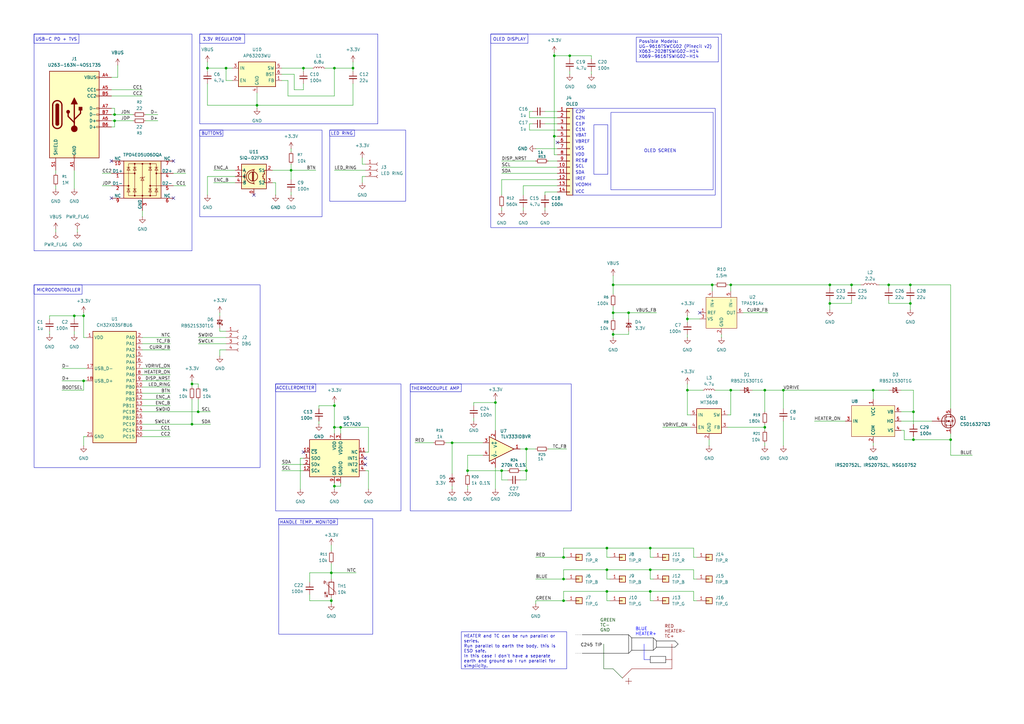
<source format=kicad_sch>
(kicad_sch
	(version 20250114)
	(generator "eeschema")
	(generator_version "9.0")
	(uuid "7095b018-eac3-4b01-b374-28e3216c4fd8")
	(paper "A3")
	
	(rectangle
		(start 113.03 157.48)
		(end 164.465 209.55)
		(stroke
			(width 0)
			(type default)
		)
		(fill
			(type none)
		)
		(uuid 25f66d05-38b5-4a17-99c1-8cad2c92cd3e)
	)
	(rectangle
		(start 13.97 13.97)
		(end 78.74 102.87)
		(stroke
			(width 0)
			(type default)
		)
		(fill
			(type none)
		)
		(uuid 34cfca7f-b72a-4261-a704-f33e6bc4b279)
	)
	(rectangle
		(start 113.03 157.48)
		(end 129.54 160.655)
		(stroke
			(width 0)
			(type default)
		)
		(fill
			(type none)
		)
		(uuid 37b1d202-d0af-4356-9cea-c5377ffdf5c6)
	)
	(rectangle
		(start 168.275 157.48)
		(end 189.23 160.655)
		(stroke
			(width 0)
			(type default)
		)
		(fill
			(type none)
		)
		(uuid 411456a7-808a-4a99-b2e7-4b00b0660778)
	)
	(rectangle
		(start 81.915 53.34)
		(end 91.44 55.88)
		(stroke
			(width 0)
			(type default)
		)
		(fill
			(type none)
		)
		(uuid 51756553-69aa-4f9f-a31a-a60fa2c78053)
	)
	(rectangle
		(start 135.255 53.34)
		(end 166.37 82.55)
		(stroke
			(width 0)
			(type default)
		)
		(fill
			(type none)
		)
		(uuid 7ca7d888-0de2-4ee4-9e02-bce99f6c7310)
	)
	(rectangle
		(start 13.97 116.84)
		(end 33.655 120.65)
		(stroke
			(width 0)
			(type default)
		)
		(fill
			(type none)
		)
		(uuid 7d5ee34c-3c30-4116-b034-575f8f5cbca0)
	)
	(rectangle
		(start 81.915 53.34)
		(end 132.08 88.9)
		(stroke
			(width 0)
			(type default)
		)
		(fill
			(type none)
		)
		(uuid 9c119ec4-7162-4594-9de4-9af2e8ac3469)
	)
	(rectangle
		(start 81.915 13.97)
		(end 100.33 17.78)
		(stroke
			(width 0)
			(type default)
		)
		(fill
			(type none)
		)
		(uuid 9d5c2b83-1ad1-4eb5-9c00-115d7cfbb819)
	)
	(rectangle
		(start 168.275 157.48)
		(end 234.315 209.55)
		(stroke
			(width 0)
			(type default)
		)
		(fill
			(type none)
		)
		(uuid a57dfd79-f7b7-44cf-be58-21e0757161fa)
	)
	(rectangle
		(start 13.97 116.84)
		(end 106.68 191.77)
		(stroke
			(width 0)
			(type default)
		)
		(fill
			(type none)
		)
		(uuid a66c837f-d550-4ad5-b67a-1a34b6eaed03)
	)
	(rectangle
		(start 250.571 46.101)
		(end 292.481 77.851)
		(stroke
			(width 0)
			(type default)
		)
		(fill
			(type none)
		)
		(uuid b323df54-646c-4c42-ac5d-c702f5da28df)
	)
	(rectangle
		(start 13.97 13.97)
		(end 32.385 17.78)
		(stroke
			(width 0)
			(type default)
		)
		(fill
			(type none)
		)
		(uuid b41c86f7-a703-4da7-9c7c-3d6f2dbdab0b)
	)
	(rectangle
		(start 114.3 212.725)
		(end 138.43 215.265)
		(stroke
			(width 0)
			(type default)
		)
		(fill
			(type none)
		)
		(uuid b798fff3-5d10-4e4c-948c-461a0845de52)
	)
	(rectangle
		(start 135.255 53.34)
		(end 145.415 55.88)
		(stroke
			(width 0)
			(type default)
		)
		(fill
			(type none)
		)
		(uuid bb60d903-b4fc-4579-917b-d8b1327cda5c)
	)
	(rectangle
		(start 234.95 44.45)
		(end 293.37 80.01)
		(stroke
			(width 0)
			(type default)
		)
		(fill
			(type none)
		)
		(uuid c7ed09f4-c5b0-447c-8527-2fd1a9942fc7)
	)
	(rectangle
		(start 201.295 13.97)
		(end 295.91 93.345)
		(stroke
			(width 0)
			(type default)
		)
		(fill
			(type none)
		)
		(uuid c86b0301-7b25-4d55-b6bd-bf1af0f3ea13)
	)
	(rectangle
		(start 243.586 51.181)
		(end 249.301 71.501)
		(stroke
			(width 0)
			(type default)
		)
		(fill
			(type none)
		)
		(uuid cc173c2c-4802-4b85-8dc1-c0ed1e2586ae)
	)
	(rectangle
		(start 81.915 13.97)
		(end 154.94 50.8)
		(stroke
			(width 0)
			(type default)
		)
		(fill
			(type none)
		)
		(uuid d5e44070-3c31-4662-9265-15546dcb33a9)
	)
	(rectangle
		(start 114.3 212.725)
		(end 152.908 260.096)
		(stroke
			(width 0)
			(type default)
		)
		(fill
			(type none)
		)
		(uuid dc78faa3-7706-462b-aff1-ea2259b8957d)
	)
	(rectangle
		(start 201.295 13.97)
		(end 216.535 17.78)
		(stroke
			(width 0)
			(type default)
		)
		(fill
			(type none)
		)
		(uuid df873f2f-b2dc-4231-b391-da9722f3ee43)
	)
	(text "RED\nHEATER-\nTC+"
		(exclude_from_sim no)
		(at 272.542 259.08 0)
		(effects
			(font
				(size 1.27 1.27)
				(color 132 0 0 1)
			)
			(justify left)
		)
		(uuid "074f802c-7871-4a94-9d0f-a3c07209b08e")
	)
	(text "3.3V REGULATOR"
		(exclude_from_sim no)
		(at 83.058 16.256 0)
		(effects
			(font
				(size 1.27 1.27)
			)
			(justify left)
		)
		(uuid "270c64e9-acc9-4bdf-adf9-51e85a7cfae3")
	)
	(text "C2N"
		(exclude_from_sim no)
		(at 235.966 48.514 0)
		(effects
			(font
				(size 1.27 1.27)
			)
			(justify left)
		)
		(uuid "303735e4-f194-4e97-9ddd-7741146e5965")
	)
	(text "USB-C PD + TVS"
		(exclude_from_sim no)
		(at 14.478 16.256 0)
		(effects
			(font
				(size 1.27 1.27)
			)
			(justify left)
		)
		(uuid "3b53ae36-2320-46df-8526-8d2b0e4cd267")
	)
	(text "BUTTONS"
		(exclude_from_sim no)
		(at 82.55 54.864 0)
		(effects
			(font
				(size 1.27 1.27)
			)
			(justify left)
		)
		(uuid "4ff0d853-92f6-4f02-aa33-1f252be5ef75")
	)
	(text "SCL"
		(exclude_from_sim no)
		(at 235.966 68.326 0)
		(effects
			(font
				(size 1.27 1.27)
			)
			(justify left)
		)
		(uuid "63c62cf3-4266-478a-9f68-199034fe5d8b")
	)
	(text "RES#"
		(exclude_from_sim no)
		(at 235.966 66.04 0)
		(effects
			(font
				(size 1.27 1.27)
			)
			(justify left)
		)
		(uuid "6ce3c0b9-bb73-4f4d-8996-df06398c02e3")
	)
	(text "C1P"
		(exclude_from_sim no)
		(at 235.966 51.054 0)
		(effects
			(font
				(size 1.27 1.27)
			)
			(justify left)
		)
		(uuid "6d196f00-fda4-408a-b16f-63e268646b7a")
	)
	(text "ACCELEROMETER"
		(exclude_from_sim no)
		(at 121.158 159.258 0)
		(effects
			(font
				(size 1.27 1.27)
			)
		)
		(uuid "6d3cce01-49eb-4036-848c-880563d726ff")
	)
	(text "IREF"
		(exclude_from_sim no)
		(at 235.966 73.406 0)
		(effects
			(font
				(size 1.27 1.27)
			)
			(justify left)
		)
		(uuid "78269562-db7d-4f9c-9409-11de08793bfa")
	)
	(text "BLUE\nHEATER+"
		(exclude_from_sim no)
		(at 260.604 259.08 0)
		(effects
			(font
				(size 1.27 1.27)
				(color 0 0 255 1)
			)
			(justify left)
		)
		(uuid "7cd917a9-991f-405e-b4ad-1658a33b6480")
	)
	(text "C1N"
		(exclude_from_sim no)
		(at 235.966 53.34 0)
		(effects
			(font
				(size 1.27 1.27)
			)
			(justify left)
		)
		(uuid "86eaf89d-7735-48bc-8adf-2c6d7e1c9267")
	)
	(text "C2P"
		(exclude_from_sim no)
		(at 235.966 45.974 0)
		(effects
			(font
				(size 1.27 1.27)
			)
			(justify left)
		)
		(uuid "88767c22-62f5-491f-8191-e622ce50d549")
	)
	(text "VDD"
		(exclude_from_sim no)
		(at 235.966 63.5 0)
		(effects
			(font
				(size 1.27 1.27)
			)
			(justify left)
		)
		(uuid "98ea20d6-f789-4c9a-9d2d-ddf9c4e55ce3")
	)
	(text "HANDLE TEMP. MONITOR"
		(exclude_from_sim no)
		(at 126.238 214.376 0)
		(effects
			(font
				(size 1.27 1.27)
			)
		)
		(uuid "9cf9be48-0da6-4698-b802-905b4321ec7e")
	)
	(text "OLED SCREEN"
		(exclude_from_sim no)
		(at 270.764 61.976 0)
		(effects
			(font
				(size 1.27 1.27)
			)
		)
		(uuid "a7d4d929-dbaa-411d-a847-37e4617db2b8")
	)
	(text "VCC"
		(exclude_from_sim no)
		(at 235.966 78.74 0)
		(effects
			(font
				(size 1.27 1.27)
			)
			(justify left)
		)
		(uuid "c0b5be38-ee7a-4c62-b666-9455a24b9bdf")
	)
	(text "SDA"
		(exclude_from_sim no)
		(at 235.966 70.866 0)
		(effects
			(font
				(size 1.27 1.27)
			)
			(justify left)
		)
		(uuid "d1f23843-c159-4734-816f-e3ebdc7225d4")
	)
	(text "VBREF"
		(exclude_from_sim no)
		(at 235.966 58.166 0)
		(effects
			(font
				(size 1.27 1.27)
			)
			(justify left)
		)
		(uuid "dc92fbc2-eb7d-47ac-891e-6de1528c9506")
	)
	(text "OLED DISPLAY"
		(exclude_from_sim no)
		(at 202.184 16.256 0)
		(effects
			(font
				(size 1.27 1.27)
			)
			(justify left)
		)
		(uuid "e1182865-9cf6-484e-b369-4d8124243a24")
	)
	(text "VBAT"
		(exclude_from_sim no)
		(at 235.966 55.626 0)
		(effects
			(font
				(size 1.27 1.27)
			)
			(justify left)
		)
		(uuid "e5136794-6a5a-4728-b4d0-e47266a8ec2c")
	)
	(text "VSS"
		(exclude_from_sim no)
		(at 235.966 60.96 0)
		(effects
			(font
				(size 1.27 1.27)
			)
			(justify left)
		)
		(uuid "e5277a5c-1568-43ec-ab65-5c403a9ddad3")
	)
	(text "VCOMH"
		(exclude_from_sim no)
		(at 235.966 75.946 0)
		(effects
			(font
				(size 1.27 1.27)
			)
			(justify left)
		)
		(uuid "e677c7ab-e79d-4a1c-8a88-4a56ca5d6b79")
	)
	(text "THERMOCOUPLE AMP"
		(exclude_from_sim no)
		(at 178.562 159.512 0)
		(effects
			(font
				(size 1.27 1.27)
			)
		)
		(uuid "e865e2d4-df9a-47d7-8bc3-1d543675c813")
	)
	(text "LED RING"
		(exclude_from_sim no)
		(at 140.208 54.864 0)
		(effects
			(font
				(size 1.27 1.27)
			)
		)
		(uuid "eebaafe7-13f6-4495-a884-67f3bb5c6ce1")
	)
	(text "MICROCONTROLLER"
		(exclude_from_sim no)
		(at 14.986 119.126 0)
		(effects
			(font
				(size 1.27 1.27)
			)
			(justify left)
		)
		(uuid "f4202bbd-17db-406a-9b6f-417fe43fdaab")
	)
	(text "C245 TIP"
		(exclude_from_sim no)
		(at 242.57 264.668 0)
		(effects
			(font
				(size 1.27 1.27)
				(color 0 0 0 1)
			)
		)
		(uuid "f5ebd9e6-7e85-4295-b1df-1fb1b0a60676")
	)
	(text "GREEN\nTC-\nGND"
		(exclude_from_sim no)
		(at 246.126 256.54 0)
		(effects
			(font
				(size 1.27 1.27)
				(color 0 72 0 1)
			)
			(justify left)
		)
		(uuid "fe22e110-b1c7-4e37-9dd2-ed4186183ab8")
	)
	(text_box "Possible Models:\nUG-9616TSWCG02 (Pinecil v2)\nX063-2028TSWIG02-H14\nX069-9616TSWIG02-H14"
		(exclude_from_sim no)
		(at 260.985 15.24 0)
		(size 33.655 10.16)
		(margins 0.9525 0.9525 0.9525 0.9525)
		(stroke
			(width 0)
			(type solid)
		)
		(fill
			(type none)
		)
		(effects
			(font
				(size 1.27 1.27)
			)
			(justify left top)
		)
		(uuid "aff1d92e-7948-41af-95d4-eec0b0d11729")
	)
	(text_box "HEATER and TC can be run parallel or series.\nRun parallel to earth the body, this is ESD safe.\nIn this case I don't have a separate earth and ground so I run parallel for simplicity."
		(exclude_from_sim no)
		(at 189.23 259.08 0)
		(size 43.18 15.24)
		(margins 0.9525 0.9525 0.9525 0.9525)
		(stroke
			(width 0)
			(type solid)
		)
		(fill
			(type none)
		)
		(effects
			(font
				(size 1.27 1.27)
			)
			(justify left top)
		)
		(uuid "f24e07f6-dab3-4874-a162-57756a4a0cb0")
	)
	(junction
		(at 340.36 116.84)
		(diameter 0)
		(color 0 0 0 0)
		(uuid "0249d269-810c-4792-bcad-62c507e2feae")
	)
	(junction
		(at 81.28 168.91)
		(diameter 0)
		(color 0 0 0 0)
		(uuid "0376124e-fe7a-4814-987e-238a633a55c8")
	)
	(junction
		(at 299.72 160.02)
		(diameter 0)
		(color 0 0 0 0)
		(uuid "07d79252-3cfe-49d3-a697-b5180f951c75")
	)
	(junction
		(at 124.46 27.94)
		(diameter 0)
		(color 0 0 0 0)
		(uuid "0acd8611-5527-40f7-90a3-5c60d1adc1d0")
	)
	(junction
		(at 299.72 116.84)
		(diameter 0)
		(color 0 0 0 0)
		(uuid "1a97976b-dfb2-4683-a36c-95b1ecc6d489")
	)
	(junction
		(at 266.7 233.68)
		(diameter 0)
		(color 0 0 0 0)
		(uuid "1e78fea4-f170-467b-a37a-22058bb36a6d")
	)
	(junction
		(at 374.65 180.34)
		(diameter 0)
		(color 0 0 0 0)
		(uuid "253e7a83-9b7c-4d4c-b8d1-7fbacce38609")
	)
	(junction
		(at 231.14 237.49)
		(diameter 0)
		(color 0 0 0 0)
		(uuid "284f32c2-769a-4bc4-b2f0-a7c3e5ae68d6")
	)
	(junction
		(at 281.94 130.81)
		(diameter 0)
		(color 0 0 0 0)
		(uuid "2b9858fc-d565-4568-9ced-4f85b3261fac")
	)
	(junction
		(at 266.7 224.79)
		(diameter 0)
		(color 0 0 0 0)
		(uuid "3303fd32-4b4a-445d-bddd-01abf0d9be1e")
	)
	(junction
		(at 389.89 180.34)
		(diameter 0)
		(color 0 0 0 0)
		(uuid "3b65a788-4b4c-437e-96e5-165c51a854a4")
	)
	(junction
		(at 203.2 165.1)
		(diameter 0)
		(color 0 0 0 0)
		(uuid "3f9bcc33-18ad-48ec-8047-f514eddb9bd3")
	)
	(junction
		(at 266.7 242.57)
		(diameter 0)
		(color 0 0 0 0)
		(uuid "3ff58bdd-622b-46e9-99a2-8eca2ca30783")
	)
	(junction
		(at 358.14 160.02)
		(diameter 0)
		(color 0 0 0 0)
		(uuid "4022ea02-a839-4e77-8442-99daabad0cb4")
	)
	(junction
		(at 340.36 124.46)
		(diameter 0)
		(color 0 0 0 0)
		(uuid "43942d84-b87b-4f4a-adb8-d0b0fad21d24")
	)
	(junction
		(at 374.65 168.91)
		(diameter 0)
		(color 0 0 0 0)
		(uuid "45cd84fd-2fd0-4481-9f27-779c4e05a620")
	)
	(junction
		(at 191.77 193.04)
		(diameter 0)
		(color 0 0 0 0)
		(uuid "4793f579-9960-4fea-a983-16516b9a6a74")
	)
	(junction
		(at 30.48 129.54)
		(diameter 0)
		(color 0 0 0 0)
		(uuid "4a00e859-a3fe-467b-8ce9-def1b4a6bc1d")
	)
	(junction
		(at 281.94 160.02)
		(diameter 0)
		(color 0 0 0 0)
		(uuid "4c2788f8-2f3d-4c09-bf35-9265ddb84f5d")
	)
	(junction
		(at 231.14 228.6)
		(diameter 0)
		(color 0 0 0 0)
		(uuid "4e000b4e-efac-4699-be88-c8c4a1e11b0e")
	)
	(junction
		(at 137.16 27.94)
		(diameter 0)
		(color 0 0 0 0)
		(uuid "4e457d4d-37fd-4b51-a420-85ebb8dc04c5")
	)
	(junction
		(at 251.46 137.16)
		(diameter 0)
		(color 0 0 0 0)
		(uuid "5356a73a-34f6-4489-9bec-01ccee3dfe09")
	)
	(junction
		(at 137.16 175.26)
		(diameter 0)
		(color 0 0 0 0)
		(uuid "589eff9d-eed1-4df5-98d6-26b7c768b426")
	)
	(junction
		(at 46.99 49.53)
		(diameter 0)
		(color 0 0 0 0)
		(uuid "5e8d1cf7-167e-4030-9f28-7c115ea5395b")
	)
	(junction
		(at 248.92 233.68)
		(diameter 0)
		(color 0 0 0 0)
		(uuid "5ea4f1af-29c5-41cd-b15b-81097d2b6427")
	)
	(junction
		(at 227.33 55.88)
		(diameter 0)
		(color 0 0 0 0)
		(uuid "5fbb3de9-86ee-49ad-a284-eb55f1cc692a")
	)
	(junction
		(at 292.1 116.84)
		(diameter 0)
		(color 0 0 0 0)
		(uuid "5feb41b2-1973-47b7-a124-0b6e2628d43d")
	)
	(junction
		(at 248.92 242.57)
		(diameter 0)
		(color 0 0 0 0)
		(uuid "64f8ff53-fd25-4945-b8a5-64153356f23e")
	)
	(junction
		(at 257.81 128.27)
		(diameter 0)
		(color 0 0 0 0)
		(uuid "72a3e6ce-0be8-4ce5-948e-b5935f1538fc")
	)
	(junction
		(at 233.68 22.86)
		(diameter 0)
		(color 0 0 0 0)
		(uuid "73b54f8a-8892-4f5c-ad2f-0a2e6cc384c3")
	)
	(junction
		(at 34.29 129.54)
		(diameter 0)
		(color 0 0 0 0)
		(uuid "7463436f-e839-4ea2-a4bf-81f122061b20")
	)
	(junction
		(at 205.74 193.04)
		(diameter 0)
		(color 0 0 0 0)
		(uuid "77d052f3-f174-4ac4-b7f3-74fd8cd4f0e2")
	)
	(junction
		(at 78.74 157.48)
		(diameter 0)
		(color 0 0 0 0)
		(uuid "81607e46-ed60-4e7b-900a-af756b50d9d4")
	)
	(junction
		(at 313.69 160.02)
		(diameter 0)
		(color 0 0 0 0)
		(uuid "81928cab-d290-47f7-99c7-9c8f417d4c4e")
	)
	(junction
		(at 137.16 166.37)
		(diameter 0)
		(color 0 0 0 0)
		(uuid "84b1d133-5555-4f34-9259-4c4a00397909")
	)
	(junction
		(at 215.9 193.04)
		(diameter 0)
		(color 0 0 0 0)
		(uuid "879d8513-8c12-4c71-805b-cfd0566ce6a8")
	)
	(junction
		(at 34.29 156.21)
		(diameter 0)
		(color 0 0 0 0)
		(uuid "89bcf90e-9038-4def-8280-30d23811eeb8")
	)
	(junction
		(at 349.25 116.84)
		(diameter 0)
		(color 0 0 0 0)
		(uuid "924a9453-b138-4112-9cf9-cdd7d6fd271f")
	)
	(junction
		(at 227.33 22.86)
		(diameter 0)
		(color 0 0 0 0)
		(uuid "9531702c-c6a6-4297-8a10-64a5c6fc90b3")
	)
	(junction
		(at 135.89 246.38)
		(diameter 0)
		(color 0 0 0 0)
		(uuid "9ba723fb-78b5-4d72-ae3c-94d59ceb7ba3")
	)
	(junction
		(at 373.38 124.46)
		(diameter 0)
		(color 0 0 0 0)
		(uuid "9ce0d5f7-a196-42ba-865b-78bc41279af1")
	)
	(junction
		(at 251.46 116.84)
		(diameter 0)
		(color 0 0 0 0)
		(uuid "a3b1ebda-28bf-4cca-a91f-ab0720e0e5f5")
	)
	(junction
		(at 215.9 184.15)
		(diameter 0)
		(color 0 0 0 0)
		(uuid "aff6f7cf-f995-4965-9b70-2f6e1afd3257")
	)
	(junction
		(at 251.46 128.27)
		(diameter 0)
		(color 0 0 0 0)
		(uuid "b257f578-3f04-4267-ba31-62cb9e7e56e2")
	)
	(junction
		(at 185.42 181.61)
		(diameter 0)
		(color 0 0 0 0)
		(uuid "be519101-b7e2-4e85-bc0c-866a0a6fdb77")
	)
	(junction
		(at 135.89 234.95)
		(diameter 0)
		(color 0 0 0 0)
		(uuid "c4f19431-f823-4a18-902b-e25529b1c304")
	)
	(junction
		(at 144.78 27.94)
		(diameter 0)
		(color 0 0 0 0)
		(uuid "caa23b1a-fb60-423d-84ed-a4ec6bda7dc1")
	)
	(junction
		(at 78.74 173.99)
		(diameter 0)
		(color 0 0 0 0)
		(uuid "cb369bbe-c983-4f03-86f5-9ab8b3b58edd")
	)
	(junction
		(at 119.38 69.85)
		(diameter 0)
		(color 0 0 0 0)
		(uuid "cbfb9910-a9c3-4d1d-beaf-ad4934f7e32e")
	)
	(junction
		(at 313.69 175.26)
		(diameter 0)
		(color 0 0 0 0)
		(uuid "cc109a5d-bdf8-421c-800f-f4fb1ea8fcea")
	)
	(junction
		(at 105.41 43.18)
		(diameter 0)
		(color 0 0 0 0)
		(uuid "d049456d-20ee-4308-a384-c295c5fb64a1")
	)
	(junction
		(at 137.16 199.39)
		(diameter 0)
		(color 0 0 0 0)
		(uuid "d3c0ec6c-e13a-496a-ad1c-ba60afc46b96")
	)
	(junction
		(at 46.99 46.99)
		(diameter 0)
		(color 0 0 0 0)
		(uuid "d3cb3929-1383-43bf-9aa0-8d6179547879")
	)
	(junction
		(at 364.49 116.84)
		(diameter 0)
		(color 0 0 0 0)
		(uuid "d6376345-e63e-469e-b947-b621d80200ca")
	)
	(junction
		(at 373.38 116.84)
		(diameter 0)
		(color 0 0 0 0)
		(uuid "d9505c24-ab59-4a1d-8ead-8359d37f8315")
	)
	(junction
		(at 321.31 160.02)
		(diameter 0)
		(color 0 0 0 0)
		(uuid "e5115188-7348-4d7f-9464-18609567d3fc")
	)
	(junction
		(at 92.71 27.94)
		(diameter 0)
		(color 0 0 0 0)
		(uuid "e80bc681-7695-43f3-a2bd-d411c7e86409")
	)
	(junction
		(at 231.14 246.38)
		(diameter 0)
		(color 0 0 0 0)
		(uuid "ea75d511-588c-4431-8d03-5392322d567d")
	)
	(junction
		(at 139.7 175.26)
		(diameter 0)
		(color 0 0 0 0)
		(uuid "ea9ea449-1699-40d7-8a1c-89a1d2111f96")
	)
	(junction
		(at 248.92 224.79)
		(diameter 0)
		(color 0 0 0 0)
		(uuid "ebd518cf-54ce-4d1f-b736-386303c84246")
	)
	(junction
		(at 85.09 27.94)
		(diameter 0)
		(color 0 0 0 0)
		(uuid "f1df4cab-d95d-4e21-b204-cc5686c3ccd2")
	)
	(no_connect
		(at 287.02 128.27)
		(uuid "06611bec-51b6-46da-9687-f0c27668a583")
	)
	(no_connect
		(at 149.86 187.96)
		(uuid "12b81ef0-4fba-4b2f-98fa-a2180c0447e2")
	)
	(no_connect
		(at 149.86 190.5)
		(uuid "2b4977a8-0f21-4fec-84e4-4c603e997be4")
	)
	(no_connect
		(at 71.12 81.28)
		(uuid "46b4ccbc-24ab-4899-8505-9a1bc9336197")
	)
	(no_connect
		(at 45.72 66.04)
		(uuid "613b3790-5218-413f-a343-e26aa4ea4b95")
	)
	(no_connect
		(at 228.6 58.42)
		(uuid "8d801d13-32fe-4e34-8cc5-b8a86a497023")
	)
	(no_connect
		(at 124.46 185.42)
		(uuid "bb17c601-45a1-4eb6-aaaf-eada3efdd523")
	)
	(no_connect
		(at 45.72 81.28)
		(uuid "c9b41e3a-80a4-4410-be4c-91975e86700a")
	)
	(no_connect
		(at 104.14 80.01)
		(uuid "d8cbb7b8-f348-43ed-b12a-7c884625729d")
	)
	(no_connect
		(at 71.12 66.04)
		(uuid "e9fc4535-1911-4390-b5e2-c282d53c9319")
	)
	(polyline
		(pts
			(xy 269.24 265.43) (xy 267.97 266.7)
		)
		(stroke
			(width 0)
			(type default)
			(color 0 0 0 1)
		)
		(uuid "026bb0ed-6072-40a3-95a7-f0b0e5bb9f80")
	)
	(wire
		(pts
			(xy 144.78 25.4) (xy 144.78 27.94)
		)
		(stroke
			(width 0)
			(type default)
		)
		(uuid "0280334b-627a-4233-a676-012a207d9298")
	)
	(wire
		(pts
			(xy 123.19 187.96) (xy 124.46 187.96)
		)
		(stroke
			(width 0)
			(type default)
		)
		(uuid "03f9526b-c252-4cea-a8ec-81306ff6df76")
	)
	(wire
		(pts
			(xy 41.91 76.2) (xy 45.72 76.2)
		)
		(stroke
			(width 0)
			(type default)
		)
		(uuid "057a48eb-9b1d-42a5-bf44-6985b9321748")
	)
	(wire
		(pts
			(xy 227.33 55.88) (xy 228.6 55.88)
		)
		(stroke
			(width 0)
			(type default)
		)
		(uuid "06a39b25-e5c0-48bf-8f66-6ff9e46efda7")
	)
	(polyline
		(pts
			(xy 275.59 270.51) (xy 273.05 270.51)
		)
		(stroke
			(width 0)
			(type solid)
			(color 132 0 0 1)
		)
		(uuid "07b98816-3d51-4f72-b198-7c04ddd02a60")
	)
	(wire
		(pts
			(xy 299.72 160.02) (xy 299.72 170.18)
		)
		(stroke
			(width 0)
			(type default)
		)
		(uuid "08ca60c2-d79a-4019-861d-7c88280594b9")
	)
	(wire
		(pts
			(xy 115.57 193.04) (xy 124.46 193.04)
		)
		(stroke
			(width 0)
			(type default)
		)
		(uuid "093a4bfc-aabd-4586-948a-1580d9afeffa")
	)
	(wire
		(pts
			(xy 45.72 36.83) (xy 58.42 36.83)
		)
		(stroke
			(width 0)
			(type default)
		)
		(uuid "098337dc-d67f-4f92-9e59-aa0530495823")
	)
	(wire
		(pts
			(xy 369.57 168.91) (xy 374.65 168.91)
		)
		(stroke
			(width 0)
			(type default)
		)
		(uuid "0991fc57-c77d-4d8b-a7f5-93559a71531e")
	)
	(wire
		(pts
			(xy 284.48 228.6) (xy 285.75 228.6)
		)
		(stroke
			(width 0)
			(type default)
		)
		(uuid "0b3b1be4-2c7f-47f2-886c-9ff27992e090")
	)
	(wire
		(pts
			(xy 283.21 170.18) (xy 281.94 170.18)
		)
		(stroke
			(width 0)
			(type default)
		)
		(uuid "0bdd0dd3-1438-4145-a164-7482936ecc91")
	)
	(polyline
		(pts
			(xy 236.22 260.35) (xy 238.76 260.35)
		)
		(stroke
			(width 0)
			(type dot)
			(color 0 0 0 1)
		)
		(uuid "0bebbeb1-bed0-4084-8b40-7ac03a835cd7")
	)
	(wire
		(pts
			(xy 358.14 181.61) (xy 358.14 182.88)
		)
		(stroke
			(width 0)
			(type default)
		)
		(uuid "0c9fa1d8-a413-4dad-b1e6-53724d6877dc")
	)
	(wire
		(pts
			(xy 374.65 179.07) (xy 374.65 180.34)
		)
		(stroke
			(width 0)
			(type default)
		)
		(uuid "0d1d8e67-44be-4e93-8637-8b77df712344")
	)
	(wire
		(pts
			(xy 85.09 34.29) (xy 85.09 43.18)
		)
		(stroke
			(width 0)
			(type default)
		)
		(uuid "0d1da041-1604-484f-8588-64418e6780df")
	)
	(wire
		(pts
			(xy 281.94 157.48) (xy 281.94 160.02)
		)
		(stroke
			(width 0)
			(type default)
		)
		(uuid "0d6f32d5-98ad-41ed-b781-51035ba32ce2")
	)
	(polyline
		(pts
			(xy 266.7 269.24) (xy 266.7 271.78)
		)
		(stroke
			(width 0)
			(type solid)
			(color 0 0 0 1)
		)
		(uuid "0e087217-7caf-4ae9-80d3-cf5e99ccbd9c")
	)
	(wire
		(pts
			(xy 78.74 157.48) (xy 81.28 157.48)
		)
		(stroke
			(width 0)
			(type default)
		)
		(uuid "0e2e8ef7-9967-4f2a-a391-35d57131fb71")
	)
	(wire
		(pts
			(xy 248.92 224.79) (xy 266.7 224.79)
		)
		(stroke
			(width 0)
			(type default)
		)
		(uuid "0ea3b0f9-9010-4b04-86d3-c4830ab1836d")
	)
	(wire
		(pts
			(xy 127 234.95) (xy 135.89 234.95)
		)
		(stroke
			(width 0)
			(type default)
		)
		(uuid "0f8627da-dc1e-4504-acfc-120e3647c5b5")
	)
	(wire
		(pts
			(xy 58.42 158.75) (xy 69.85 158.75)
		)
		(stroke
			(width 0)
			(type default)
		)
		(uuid "0f968ad1-38fa-43f3-a9ca-eaab57060db2")
	)
	(wire
		(pts
			(xy 214.63 85.09) (xy 214.63 86.36)
		)
		(stroke
			(width 0)
			(type default)
		)
		(uuid "0fdf5b0f-14a7-4ff5-aee8-91dcf3e80430")
	)
	(polyline
		(pts
			(xy 276.86 262.89) (xy 278.13 264.16)
		)
		(stroke
			(width 0)
			(type default)
			(color 0 0 0 1)
		)
		(uuid "0ffc5971-b130-492f-a7ea-ccd3781d517b")
	)
	(wire
		(pts
			(xy 251.46 125.73) (xy 251.46 128.27)
		)
		(stroke
			(width 0)
			(type default)
		)
		(uuid "10b7f4bb-8e85-4f50-bd94-98083d6c2f27")
	)
	(wire
		(pts
			(xy 321.31 167.64) (xy 321.31 160.02)
		)
		(stroke
			(width 0)
			(type default)
		)
		(uuid "1213dcc9-1528-4b78-b712-6cdbea454856")
	)
	(wire
		(pts
			(xy 191.77 193.04) (xy 191.77 186.69)
		)
		(stroke
			(width 0)
			(type default)
		)
		(uuid "12f02fb2-28a7-4766-ae13-424545151178")
	)
	(wire
		(pts
			(xy 137.16 175.26) (xy 137.16 177.8)
		)
		(stroke
			(width 0)
			(type default)
		)
		(uuid "135c080a-b87a-42f2-bd23-e8f54c5ee6c7")
	)
	(wire
		(pts
			(xy 148.59 74.93) (xy 148.59 72.39)
		)
		(stroke
			(width 0)
			(type default)
		)
		(uuid "13a8fbae-4055-4538-a775-7561035458e6")
	)
	(wire
		(pts
			(xy 191.77 193.04) (xy 205.74 193.04)
		)
		(stroke
			(width 0)
			(type default)
		)
		(uuid "13e7537a-edd6-43d5-8bb0-f6eb3d491016")
	)
	(wire
		(pts
			(xy 257.81 137.16) (xy 251.46 137.16)
		)
		(stroke
			(width 0)
			(type default)
		)
		(uuid "13fdc45e-79a2-4146-a607-12db049e38ab")
	)
	(wire
		(pts
			(xy 215.9 193.04) (xy 215.9 184.15)
		)
		(stroke
			(width 0)
			(type default)
		)
		(uuid "1427c6b1-5293-499b-9663-f54121cc8ca4")
	)
	(wire
		(pts
			(xy 48.26 31.75) (xy 48.26 26.67)
		)
		(stroke
			(width 0)
			(type default)
		)
		(uuid "14b83c6b-fa77-4ec1-b020-d89f490dd1db")
	)
	(wire
		(pts
			(xy 373.38 116.84) (xy 373.38 118.11)
		)
		(stroke
			(width 0)
			(type default)
		)
		(uuid "154f7824-5e3a-4df6-a265-e8ad4cf18628")
	)
	(wire
		(pts
			(xy 87.63 69.85) (xy 96.52 69.85)
		)
		(stroke
			(width 0)
			(type default)
		)
		(uuid "15d75b7e-53c1-4b3b-bead-3e9845084cb1")
	)
	(wire
		(pts
			(xy 203.2 163.83) (xy 203.2 165.1)
		)
		(stroke
			(width 0)
			(type default)
		)
		(uuid "16a235b6-6479-41c3-934b-5990cd87fafe")
	)
	(wire
		(pts
			(xy 227.33 55.88) (xy 227.33 63.5)
		)
		(stroke
			(width 0)
			(type default)
		)
		(uuid "16a6ad92-1a6b-4d2b-93f1-5652f5947dbb")
	)
	(wire
		(pts
			(xy 231.14 228.6) (xy 232.41 228.6)
		)
		(stroke
			(width 0)
			(type default)
		)
		(uuid "17df628e-6e1c-4007-bf79-a6f4989ca29e")
	)
	(wire
		(pts
			(xy 45.72 52.07) (xy 46.99 52.07)
		)
		(stroke
			(width 0)
			(type default)
		)
		(uuid "18438b3a-827e-4972-b4d2-e39627126fd2")
	)
	(polyline
		(pts
			(xy 255.27 260.35) (xy 257.81 260.35)
		)
		(stroke
			(width 0)
			(type default)
			(color 0 0 0 1)
		)
		(uuid "185695dd-6d7c-4a99-817d-9d7e560e285b")
	)
	(wire
		(pts
			(xy 58.42 153.67) (xy 69.85 153.67)
		)
		(stroke
			(width 0)
			(type default)
		)
		(uuid "185cc638-609c-4acf-9a83-434d47f9bece")
	)
	(wire
		(pts
			(xy 248.92 228.6) (xy 250.19 228.6)
		)
		(stroke
			(width 0)
			(type default)
		)
		(uuid "186284b8-bd67-4889-90c2-387a38831a45")
	)
	(wire
		(pts
			(xy 321.31 160.02) (xy 313.69 160.02)
		)
		(stroke
			(width 0)
			(type default)
		)
		(uuid "18853170-98c0-4142-a886-9b88272679cd")
	)
	(wire
		(pts
			(xy 231.14 242.57) (xy 248.92 242.57)
		)
		(stroke
			(width 0)
			(type default)
		)
		(uuid "19a14244-1aa6-4e39-a21f-a4b520ce6566")
	)
	(wire
		(pts
			(xy 281.94 170.18) (xy 281.94 160.02)
		)
		(stroke
			(width 0)
			(type default)
		)
		(uuid "19c2bb4e-b6a2-428b-b46d-e50a0b5d9ad9")
	)
	(wire
		(pts
			(xy 90.17 135.89) (xy 92.71 135.89)
		)
		(stroke
			(width 0)
			(type default)
		)
		(uuid "1b5db70b-c75a-47b9-9005-1a033afb345d")
	)
	(wire
		(pts
			(xy 374.65 180.34) (xy 389.89 180.34)
		)
		(stroke
			(width 0)
			(type default)
		)
		(uuid "1b77d230-b149-4ebc-9500-892f807d9feb")
	)
	(wire
		(pts
			(xy 127 246.38) (xy 127 243.84)
		)
		(stroke
			(width 0)
			(type default)
		)
		(uuid "1b9cd177-a46a-4a5a-81a3-e55bb87811dd")
	)
	(polyline
		(pts
			(xy 264.16 264.16) (xy 264.16 270.51)
		)
		(stroke
			(width 0)
			(type solid)
			(color 0 0 255 1)
		)
		(uuid "1ba11ea6-79fc-470e-8095-8fd6d151a60b")
	)
	(wire
		(pts
			(xy 58.42 166.37) (xy 69.85 166.37)
		)
		(stroke
			(width 0)
			(type default)
		)
		(uuid "1c31a3a0-71be-4869-aecb-fe7720f70370")
	)
	(wire
		(pts
			(xy 266.7 246.38) (xy 267.97 246.38)
		)
		(stroke
			(width 0)
			(type default)
		)
		(uuid "1cf9f715-8924-4551-8321-2cb14bcb7a4b")
	)
	(polyline
		(pts
			(xy 247.65 264.16) (xy 247.65 274.32)
		)
		(stroke
			(width 0)
			(type solid)
			(color 0 72 0 1)
		)
		(uuid "1d759bc9-3b87-4396-975b-76eb784a4ee5")
	)
	(wire
		(pts
			(xy 95.25 27.94) (xy 92.71 27.94)
		)
		(stroke
			(width 0)
			(type default)
		)
		(uuid "202f5003-0a48-4fcb-962b-eb5d0b2eea8c")
	)
	(wire
		(pts
			(xy 231.14 237.49) (xy 231.14 233.68)
		)
		(stroke
			(width 0)
			(type default)
		)
		(uuid "208cd2f2-adb5-4a75-b940-1381a809b269")
	)
	(wire
		(pts
			(xy 105.41 43.18) (xy 144.78 43.18)
		)
		(stroke
			(width 0)
			(type default)
		)
		(uuid "228d2b28-0e5e-4a0f-9a64-60ca034456d5")
	)
	(wire
		(pts
			(xy 22.86 69.85) (xy 22.86 71.12)
		)
		(stroke
			(width 0)
			(type default)
		)
		(uuid "22ceb097-bc74-4764-aecd-0b980944d711")
	)
	(wire
		(pts
			(xy 231.14 224.79) (xy 231.14 228.6)
		)
		(stroke
			(width 0)
			(type default)
		)
		(uuid "24d72d9c-7088-49fe-b9b0-0f36f49c22e7")
	)
	(wire
		(pts
			(xy 284.48 246.38) (xy 285.75 246.38)
		)
		(stroke
			(width 0)
			(type default)
		)
		(uuid "2616a777-c896-4d19-9dd1-44f1b40faa16")
	)
	(wire
		(pts
			(xy 340.36 123.19) (xy 340.36 124.46)
		)
		(stroke
			(width 0)
			(type default)
		)
		(uuid "262148e9-abf9-4df4-8abe-6bc1166237b2")
	)
	(wire
		(pts
			(xy 266.7 237.49) (xy 267.97 237.49)
		)
		(stroke
			(width 0)
			(type default)
		)
		(uuid "28258bd8-18c4-469b-be71-ef9ab42f0cf4")
	)
	(wire
		(pts
			(xy 208.28 196.85) (xy 205.74 196.85)
		)
		(stroke
			(width 0)
			(type default)
		)
		(uuid "28f9a714-ce47-4a87-9eba-39a2e1e51e21")
	)
	(wire
		(pts
			(xy 137.16 39.37) (xy 118.11 39.37)
		)
		(stroke
			(width 0)
			(type default)
		)
		(uuid "296133f5-2a32-47e9-994c-67f3c4c032fa")
	)
	(polyline
		(pts
			(xy 275.59 264.16) (xy 275.59 270.51)
		)
		(stroke
			(width 0)
			(type solid)
			(color 132 0 0 1)
		)
		(uuid "2986f712-090f-47d7-9d1c-d91842ebf259")
	)
	(wire
		(pts
			(xy 248.92 242.57) (xy 266.7 242.57)
		)
		(stroke
			(width 0)
			(type default)
		)
		(uuid "29f41644-402c-4df3-aa82-716fe9752efd")
	)
	(wire
		(pts
			(xy 46.99 44.45) (xy 46.99 46.99)
		)
		(stroke
			(width 0)
			(type default)
		)
		(uuid "2b6c7f04-a093-4524-90eb-496f9f787527")
	)
	(polyline
		(pts
			(xy 273.05 270.51) (xy 273.05 269.24)
		)
		(stroke
			(width 0)
			(type solid)
			(color 0 0 0 1)
		)
		(uuid "2c47bba1-b584-4271-bdfb-c24c01ea95ec")
	)
	(wire
		(pts
			(xy 205.74 73.66) (xy 205.74 80.01)
		)
		(stroke
			(width 0)
			(type default)
		)
		(uuid "2c6750b6-74c7-4d32-8f14-8af4353a5366")
	)
	(wire
		(pts
			(xy 231.14 224.79) (xy 248.92 224.79)
		)
		(stroke
			(width 0)
			(type default)
		)
		(uuid "2c6d220a-0a4b-4ff0-96fe-2ee1e16fcd9b")
	)
	(wire
		(pts
			(xy 105.41 43.18) (xy 105.41 44.45)
		)
		(stroke
			(width 0)
			(type default)
		)
		(uuid "2caf9a90-c3fc-4061-b393-2a0dec203c07")
	)
	(wire
		(pts
			(xy 45.72 31.75) (xy 48.26 31.75)
		)
		(stroke
			(width 0)
			(type default)
		)
		(uuid "2f68ac55-2ae3-4fdc-bcfb-21f448f1abfc")
	)
	(wire
		(pts
			(xy 135.89 234.95) (xy 146.05 234.95)
		)
		(stroke
			(width 0)
			(type default)
		)
		(uuid "2f7c8f4f-5718-4ee6-b598-55a2c858af33")
	)
	(wire
		(pts
			(xy 266.7 242.57) (xy 284.48 242.57)
		)
		(stroke
			(width 0)
			(type default)
		)
		(uuid "2fbb547f-23cf-4496-89ab-aa2301b850bd")
	)
	(wire
		(pts
			(xy 137.16 165.1) (xy 137.16 166.37)
		)
		(stroke
			(width 0)
			(type default)
		)
		(uuid "2ff8f590-a0dd-4986-b523-e06c9b3827a0")
	)
	(polyline
		(pts
			(xy 259.08 261.62) (xy 259.08 266.7)
		)
		(stroke
			(width 0)
			(type default)
			(color 0 0 0 1)
		)
		(uuid "2ffefb90-6206-45ca-b57b-84bd29cfce39")
	)
	(wire
		(pts
			(xy 321.31 160.02) (xy 358.14 160.02)
		)
		(stroke
			(width 0)
			(type default)
		)
		(uuid "30582172-f069-4a5c-98a5-78a219f57280")
	)
	(polyline
		(pts
			(xy 266.7 261.62) (xy 267.97 261.62)
		)
		(stroke
			(width 0)
			(type default)
			(color 0 0 0 1)
		)
		(uuid "30fd122b-5121-4a83-88df-f8bbacf354a5")
	)
	(wire
		(pts
			(xy 58.42 179.07) (xy 69.85 179.07)
		)
		(stroke
			(width 0)
			(type default)
		)
		(uuid "31a5a27a-16db-4a49-a5fb-95805556c18e")
	)
	(wire
		(pts
			(xy 124.46 36.83) (xy 120.65 36.83)
		)
		(stroke
			(width 0)
			(type default)
		)
		(uuid "326fcbeb-6568-414a-bae2-3482d5ca26c6")
	)
	(wire
		(pts
			(xy 130.81 167.64) (xy 130.81 166.37)
		)
		(stroke
			(width 0)
			(type default)
		)
		(uuid "34170387-03a3-4d7d-9f6a-9db512b2f47f")
	)
	(wire
		(pts
			(xy 92.71 27.94) (xy 85.09 27.94)
		)
		(stroke
			(width 0)
			(type default)
		)
		(uuid "35fc1e6c-2319-48d6-b1ef-3f4c892dc210")
	)
	(wire
		(pts
			(xy 185.42 181.61) (xy 198.12 181.61)
		)
		(stroke
			(width 0)
			(type default)
		)
		(uuid "36f53756-61b8-4225-b3bf-fa4d238d3b1c")
	)
	(wire
		(pts
			(xy 34.29 129.54) (xy 34.29 138.43)
		)
		(stroke
			(width 0)
			(type default)
		)
		(uuid "37760e84-34f3-4903-8420-24fbe82cc7d6")
	)
	(polyline
		(pts
			(xy 257.81 275.59) (xy 255.27 278.13)
		)
		(stroke
			(width 0)
			(type solid)
			(color 132 0 0 1)
		)
		(uuid "37ebe191-502b-4008-ade9-750ab2ba02d7")
	)
	(wire
		(pts
			(xy 85.09 27.94) (xy 85.09 29.21)
		)
		(stroke
			(width 0)
			(type default)
		)
		(uuid "3855a61f-666e-4706-aff6-2793b5d48fb3")
	)
	(wire
		(pts
			(xy 58.42 86.36) (xy 58.42 88.9)
		)
		(stroke
			(width 0)
			(type default)
		)
		(uuid "3884bd08-970a-4525-a7ae-3d118eacfc46")
	)
	(wire
		(pts
			(xy 373.38 124.46) (xy 373.38 127)
		)
		(stroke
			(width 0)
			(type default)
		)
		(uuid "3a2f0939-ff0c-439a-a3d0-aa91e8aa0534")
	)
	(wire
		(pts
			(xy 144.78 29.21) (xy 144.78 27.94)
		)
		(stroke
			(width 0)
			(type default)
		)
		(uuid "3be291d1-3abb-48c6-8d25-0c043a9fcb68")
	)
	(wire
		(pts
			(xy 228.6 53.34) (xy 217.17 53.34)
		)
		(stroke
			(width 0)
			(type default)
		)
		(uuid "3cc74a2e-0fe8-421a-b5ee-daa8e8b3a712")
	)
	(wire
		(pts
			(xy 266.7 233.68) (xy 266.7 237.49)
		)
		(stroke
			(width 0)
			(type default)
		)
		(uuid "3d8111d1-5754-4d6e-a849-470a6bd591a5")
	)
	(wire
		(pts
			(xy 81.28 158.75) (xy 81.28 157.48)
		)
		(stroke
			(width 0)
			(type default)
		)
		(uuid "3e0b80ea-981d-44ea-98ef-2a7e6f6c8ed9")
	)
	(wire
		(pts
			(xy 224.79 66.04) (xy 228.6 66.04)
		)
		(stroke
			(width 0)
			(type default)
		)
		(uuid "3e7e3e9e-2270-4d22-887c-ad05a3264519")
	)
	(wire
		(pts
			(xy 340.36 116.84) (xy 349.25 116.84)
		)
		(stroke
			(width 0)
			(type default)
		)
		(uuid "3ecf81df-9e81-47a2-bb7f-3e3b31d22ef4")
	)
	(wire
		(pts
			(xy 231.14 246.38) (xy 231.14 242.57)
		)
		(stroke
			(width 0)
			(type default)
		)
		(uuid "3fa2d78b-ebb4-4831-a7a1-a277abddf5b5")
	)
	(wire
		(pts
			(xy 59.69 49.53) (xy 64.77 49.53)
		)
		(stroke
			(width 0)
			(type default)
		)
		(uuid "3fb95421-59f4-497f-8b94-8962c1179ed1")
	)
	(wire
		(pts
			(xy 20.32 129.54) (xy 30.48 129.54)
		)
		(stroke
			(width 0)
			(type default)
		)
		(uuid "40920f53-5818-408c-bc37-08872dc5c2db")
	)
	(wire
		(pts
			(xy 151.13 193.04) (xy 151.13 200.66)
		)
		(stroke
			(width 0)
			(type default)
		)
		(uuid "40b028e4-52bf-4d41-b4ef-331b7c9a978e")
	)
	(wire
		(pts
			(xy 185.42 199.39) (xy 185.42 200.66)
		)
		(stroke
			(width 0)
			(type default)
		)
		(uuid "43271041-c5c8-412c-bfdd-5618a8d6f936")
	)
	(wire
		(pts
			(xy 149.86 193.04) (xy 151.13 193.04)
		)
		(stroke
			(width 0)
			(type default)
		)
		(uuid "435771e7-7406-4d64-854d-386effbd573f")
	)
	(wire
		(pts
			(xy 369.57 160.02) (xy 374.65 160.02)
		)
		(stroke
			(width 0)
			(type default)
		)
		(uuid "43bc359c-fbc5-42f0-9eb9-e197be54c3b7")
	)
	(wire
		(pts
			(xy 231.14 246.38) (xy 232.41 246.38)
		)
		(stroke
			(width 0)
			(type default)
		)
		(uuid "44421f2e-8ea1-481c-996b-c429ad7430a2")
	)
	(wire
		(pts
			(xy 45.72 39.37) (xy 58.42 39.37)
		)
		(stroke
			(width 0)
			(type default)
		)
		(uuid "44f9df40-5b32-48e7-b548-a32438cf0dfd")
	)
	(wire
		(pts
			(xy 85.09 43.18) (xy 105.41 43.18)
		)
		(stroke
			(width 0)
			(type default)
		)
		(uuid "4565d69f-09cb-47a5-b4c9-ecffd44c036a")
	)
	(wire
		(pts
			(xy 284.48 233.68) (xy 284.48 237.49)
		)
		(stroke
			(width 0)
			(type default)
		)
		(uuid "45840b3e-897d-4e56-aed0-7dd0d960365e")
	)
	(wire
		(pts
			(xy 248.92 233.68) (xy 248.92 237.49)
		)
		(stroke
			(width 0)
			(type default)
		)
		(uuid "4637cb7f-09e0-4c05-b449-63b35a69be90")
	)
	(wire
		(pts
			(xy 233.68 29.21) (xy 233.68 30.48)
		)
		(stroke
			(width 0)
			(type default)
		)
		(uuid "46dd8646-50ac-4ac6-9c60-c9a27d511d5f")
	)
	(wire
		(pts
			(xy 248.92 237.49) (xy 250.19 237.49)
		)
		(stroke
			(width 0)
			(type default)
		)
		(uuid "4715cb89-1598-4b7d-ac82-303c30310351")
	)
	(wire
		(pts
			(xy 46.99 46.99) (xy 54.61 46.99)
		)
		(stroke
			(width 0)
			(type default)
		)
		(uuid "477f52c3-2d50-4858-b854-31927f0e8c86")
	)
	(wire
		(pts
			(xy 251.46 128.27) (xy 257.81 128.27)
		)
		(stroke
			(width 0)
			(type default)
		)
		(uuid "48f7fe68-e9a1-40c5-b117-e6bb3bc75566")
	)
	(wire
		(pts
			(xy 271.78 175.26) (xy 283.21 175.26)
		)
		(stroke
			(width 0)
			(type default)
		)
		(uuid "49f27579-6d42-4b75-821c-07e9cd3dd8c3")
	)
	(wire
		(pts
			(xy 58.42 168.91) (xy 81.28 168.91)
		)
		(stroke
			(width 0)
			(type default)
		)
		(uuid "4b4a165d-6c8d-46da-937d-81a3f22e7c24")
	)
	(wire
		(pts
			(xy 223.52 78.74) (xy 223.52 80.01)
		)
		(stroke
			(width 0)
			(type default)
		)
		(uuid "4be25685-095f-4656-b86d-69637547dd3b")
	)
	(wire
		(pts
			(xy 340.36 116.84) (xy 340.36 118.11)
		)
		(stroke
			(width 0)
			(type default)
		)
		(uuid "4e99a8fd-f4d3-4c17-848b-2698530b5197")
	)
	(wire
		(pts
			(xy 118.11 33.02) (xy 115.57 33.02)
		)
		(stroke
			(width 0)
			(type default)
		)
		(uuid "4f4b934f-7d9e-412b-a153-41f1a475441a")
	)
	(wire
		(pts
			(xy 374.65 173.99) (xy 374.65 168.91)
		)
		(stroke
			(width 0)
			(type default)
		)
		(uuid "50105f6a-2056-4e3f-82d2-91660983096a")
	)
	(wire
		(pts
			(xy 144.78 34.29) (xy 144.78 43.18)
		)
		(stroke
			(width 0)
			(type default)
		)
		(uuid "507295aa-769d-4e4c-bb64-5cef23014ec1")
	)
	(wire
		(pts
			(xy 233.68 22.86) (xy 242.57 22.86)
		)
		(stroke
			(width 0)
			(type default)
		)
		(uuid "50f5870c-dfc9-4c5e-8373-f3177df46256")
	)
	(wire
		(pts
			(xy 284.48 224.79) (xy 266.7 224.79)
		)
		(stroke
			(width 0)
			(type default)
		)
		(uuid "51560bfb-b433-4e6c-8847-b259795cc5af")
	)
	(wire
		(pts
			(xy 182.88 181.61) (xy 185.42 181.61)
		)
		(stroke
			(width 0)
			(type default)
		)
		(uuid "526aab1b-2e86-46aa-a2ed-11f7074eac6c")
	)
	(wire
		(pts
			(xy 205.74 196.85) (xy 205.74 193.04)
		)
		(stroke
			(width 0)
			(type default)
		)
		(uuid "52b05445-eba3-468e-a8e4-7f5fee37bfa3")
	)
	(wire
		(pts
			(xy 205.74 66.04) (xy 219.71 66.04)
		)
		(stroke
			(width 0)
			(type default)
		)
		(uuid "540bbf13-80aa-48fb-9f7d-839a09a5e5d1")
	)
	(wire
		(pts
			(xy 228.6 73.66) (xy 205.74 73.66)
		)
		(stroke
			(width 0)
			(type default)
		)
		(uuid "5441edd1-fe7e-4fc1-8c5a-7afde3fde38f")
	)
	(wire
		(pts
			(xy 299.72 116.84) (xy 340.36 116.84)
		)
		(stroke
			(width 0)
			(type default)
		)
		(uuid "54ad223e-c71b-46e2-9caa-0c4be00d5aa6")
	)
	(wire
		(pts
			(xy 340.36 124.46) (xy 340.36 127)
		)
		(stroke
			(width 0)
			(type default)
		)
		(uuid "554e0618-b875-42f8-ad02-976aa2b894f8")
	)
	(wire
		(pts
			(xy 217.17 53.34) (xy 217.17 50.8)
		)
		(stroke
			(width 0)
			(type default)
		)
		(uuid "55888b6b-83fa-452a-ac63-f7c4165439be")
	)
	(wire
		(pts
			(xy 266.7 233.68) (xy 284.48 233.68)
		)
		(stroke
			(width 0)
			(type default)
		)
		(uuid "56b48643-ad21-473f-9e7e-d10d0de34604")
	)
	(wire
		(pts
			(xy 139.7 175.26) (xy 137.16 175.26)
		)
		(stroke
			(width 0)
			(type default)
		)
		(uuid "56c01bcc-786b-47f7-8417-e078665f707d")
	)
	(wire
		(pts
			(xy 45.72 49.53) (xy 46.99 49.53)
		)
		(stroke
			(width 0)
			(type default)
		)
		(uuid "58311d62-5209-4668-8c0a-0688eaefff65")
	)
	(wire
		(pts
			(xy 298.45 170.18) (xy 299.72 170.18)
		)
		(stroke
			(width 0)
			(type default)
		)
		(uuid "58f700b7-37c3-4310-b500-1cda82d09e21")
	)
	(wire
		(pts
			(xy 78.74 173.99) (xy 86.36 173.99)
		)
		(stroke
			(width 0)
			(type default)
		)
		(uuid "58fb1b17-d555-4729-889e-8c7151b03c6b")
	)
	(wire
		(pts
			(xy 90.17 134.62) (xy 90.17 135.89)
		)
		(stroke
			(width 0)
			(type default)
		)
		(uuid "5901917b-5e24-494f-95e5-da8316175cef")
	)
	(wire
		(pts
			(xy 257.81 135.89) (xy 257.81 137.16)
		)
		(stroke
			(width 0)
			(type default)
		)
		(uuid "594d1d02-b373-4da5-9942-630dd7316a03")
	)
	(wire
		(pts
			(xy 135.89 231.14) (xy 135.89 234.95)
		)
		(stroke
			(width 0)
			(type default)
		)
		(uuid "5a3922d9-3d11-4830-a9ff-b85b38ae2a3e")
	)
	(wire
		(pts
			(xy 248.92 233.68) (xy 266.7 233.68)
		)
		(stroke
			(width 0)
			(type default)
		)
		(uuid "5aaa678d-9149-4bce-9210-bfbdb6982987")
	)
	(wire
		(pts
			(xy 373.38 116.84) (xy 389.89 116.84)
		)
		(stroke
			(width 0)
			(type default)
		)
		(uuid "5adbcb3a-1b1a-4796-9afc-b941b60eca9c")
	)
	(wire
		(pts
			(xy 215.9 184.15) (xy 213.36 184.15)
		)
		(stroke
			(width 0)
			(type default)
		)
		(uuid "5bc55678-cc1b-41c6-993b-a76fa6e6464d")
	)
	(wire
		(pts
			(xy 78.74 163.83) (xy 78.74 173.99)
		)
		(stroke
			(width 0)
			(type default)
		)
		(uuid "5bd12bca-db6a-4a52-915d-91f8b9bdf35c")
	)
	(wire
		(pts
			(xy 58.42 151.13) (xy 69.85 151.13)
		)
		(stroke
			(width 0)
			(type default)
		)
		(uuid "5c1e8120-e4de-4d75-9341-62a75d8b27c3")
	)
	(polyline
		(pts
			(xy 256.54 279.4) (xy 259.08 279.4)
		)
		(stroke
			(width 0)
			(type solid)
			(color 132 0 0 1)
		)
		(uuid "5d7ceb27-03b2-45e1-b362-398a759c5376")
	)
	(wire
		(pts
			(xy 119.38 69.85) (xy 129.54 69.85)
		)
		(stroke
			(width 0)
			(type default)
		)
		(uuid "5e03bf3a-c59e-4898-85ee-e53976447119")
	)
	(wire
		(pts
			(xy 31.75 93.98) (xy 31.75 95.25)
		)
		(stroke
			(width 0)
			(type default)
		)
		(uuid "5fc7002c-30aa-4fce-b12e-77acff85c4d9")
	)
	(wire
		(pts
			(xy 30.48 69.85) (xy 30.48 77.47)
		)
		(stroke
			(width 0)
			(type default)
		)
		(uuid "60ebfe2a-283b-49d8-a3ea-22439dc77e00")
	)
	(wire
		(pts
			(xy 85.09 72.39) (xy 85.09 80.01)
		)
		(stroke
			(width 0)
			(type default)
		)
		(uuid "60f900e6-87c2-479a-904e-f71e35757fbe")
	)
	(wire
		(pts
			(xy 118.11 39.37) (xy 118.11 33.02)
		)
		(stroke
			(width 0)
			(type default)
		)
		(uuid "61200c40-d0fe-4545-9bab-84dfe13b8dc8")
	)
	(wire
		(pts
			(xy 115.57 190.5) (xy 124.46 190.5)
		)
		(stroke
			(width 0)
			(type default)
		)
		(uuid "614acc5a-4cf6-4c10-a747-b1df3dda8ff6")
	)
	(wire
		(pts
			(xy 257.81 128.27) (xy 269.24 128.27)
		)
		(stroke
			(width 0)
			(type default)
		)
		(uuid "61d3ea0d-763e-44ef-9be2-bb29500e9bbb")
	)
	(wire
		(pts
			(xy 208.28 193.04) (xy 205.74 193.04)
		)
		(stroke
			(width 0)
			(type default)
		)
		(uuid "61f8d715-a3cd-4601-8d26-cb542f53ba57")
	)
	(wire
		(pts
			(xy 81.28 168.91) (xy 86.36 168.91)
		)
		(stroke
			(width 0)
			(type default)
		)
		(uuid "62306eb0-07e1-4428-a61f-9f92776b885b")
	)
	(wire
		(pts
			(xy 251.46 135.89) (xy 251.46 137.16)
		)
		(stroke
			(width 0)
			(type default)
		)
		(uuid "623f686d-47fd-4d34-beab-25c534ed8d1e")
	)
	(wire
		(pts
			(xy 58.42 163.83) (xy 69.85 163.83)
		)
		(stroke
			(width 0)
			(type default)
		)
		(uuid "642d3b9f-9732-4877-9fa9-a9ab8e68b763")
	)
	(wire
		(pts
			(xy 135.89 234.95) (xy 135.89 237.49)
		)
		(stroke
			(width 0)
			(type default)
		)
		(uuid "64d3d207-db7e-4856-a751-f068e5cf3811")
	)
	(wire
		(pts
			(xy 58.42 143.51) (xy 69.85 143.51)
		)
		(stroke
			(width 0)
			(type default)
		)
		(uuid "6536145e-4924-4ec9-b3a2-19fe2b5a954f")
	)
	(wire
		(pts
			(xy 30.48 129.54) (xy 34.29 129.54)
		)
		(stroke
			(width 0)
			(type default)
		)
		(uuid "671acd07-7133-4d26-be93-462c70885ce2")
	)
	(wire
		(pts
			(xy 373.38 123.19) (xy 373.38 124.46)
		)
		(stroke
			(width 0)
			(type default)
		)
		(uuid "673bfe2d-0b58-4c85-8237-a21838f239d6")
	)
	(polyline
		(pts
			(xy 259.08 266.7) (xy 267.97 266.7)
		)
		(stroke
			(width 0)
			(type default)
			(color 0 0 0 1)
		)
		(uuid "67e20805-8c7b-4c36-8572-cfbec29bb0e7")
	)
	(wire
		(pts
			(xy 170.18 181.61) (xy 177.8 181.61)
		)
		(stroke
			(width 0)
			(type default)
		)
		(uuid "6877e51c-f850-4d92-8c67-038d3df6cb8e")
	)
	(wire
		(pts
			(xy 213.36 193.04) (xy 215.9 193.04)
		)
		(stroke
			(width 0)
			(type default)
		)
		(uuid "68a50ccc-1d89-40bb-8a14-99387f9c146f")
	)
	(wire
		(pts
			(xy 251.46 137.16) (xy 251.46 138.43)
		)
		(stroke
			(width 0)
			(type default)
		)
		(uuid "69b12070-b514-4f8b-ae93-06be422552b3")
	)
	(wire
		(pts
			(xy 364.49 116.84) (xy 364.49 118.11)
		)
		(stroke
			(width 0)
			(type default)
		)
		(uuid "6ab2adcd-6434-4661-b905-c595da864480")
	)
	(wire
		(pts
			(xy 213.36 196.85) (xy 215.9 196.85)
		)
		(stroke
			(width 0)
			(type default)
		)
		(uuid "6ab9b9bb-4e97-4ed2-ba2d-d26db0add8fe")
	)
	(wire
		(pts
			(xy 124.46 27.94) (xy 124.46 29.21)
		)
		(stroke
			(width 0)
			(type default)
		)
		(uuid "6b2cc09f-85f9-44c3-90b1-d76f6aea9e17")
	)
	(wire
		(pts
			(xy 58.42 161.29) (xy 69.85 161.29)
		)
		(stroke
			(width 0)
			(type default)
		)
		(uuid "6b7860e6-c1b4-4006-9bda-be6baf859e32")
	)
	(polyline
		(pts
			(xy 251.46 274.32) (xy 255.27 278.13)
		)
		(stroke
			(width 0)
			(type solid)
			(color 0 72 0 1)
		)
		(uuid "6b79f3ba-ca06-4eda-abdf-dba2c7cc97af")
	)
	(wire
		(pts
			(xy 257.81 128.27) (xy 257.81 130.81)
		)
		(stroke
			(width 0)
			(type default)
		)
		(uuid "6bea693f-ee3d-4c8f-ad1b-0a193b8a83c4")
	)
	(wire
		(pts
			(xy 58.42 140.97) (xy 69.85 140.97)
		)
		(stroke
			(width 0)
			(type default)
		)
		(uuid "6dcab80a-9bc0-48f6-9e43-95a0db1fa832")
	)
	(wire
		(pts
			(xy 81.28 163.83) (xy 81.28 168.91)
		)
		(stroke
			(width 0)
			(type default)
		)
		(uuid "6e3afe4c-64af-49c5-b0d5-6c69b34e836e")
	)
	(wire
		(pts
			(xy 71.12 71.12) (xy 76.2 71.12)
		)
		(stroke
			(width 0)
			(type default)
		)
		(uuid "6e8184e3-feb1-4a07-9950-4b7fed300aa3")
	)
	(wire
		(pts
			(xy 293.37 160.02) (xy 299.72 160.02)
		)
		(stroke
			(width 0)
			(type default)
		)
		(uuid "6ebecb53-0e69-43e1-ade9-d92d54eb191b")
	)
	(wire
		(pts
			(xy 137.16 199.39) (xy 139.7 199.39)
		)
		(stroke
			(width 0)
			(type default)
		)
		(uuid "6f7c7049-27c4-4d37-8f0f-bf8db1973b0c")
	)
	(wire
		(pts
			(xy 137.16 198.12) (xy 137.16 199.39)
		)
		(stroke
			(width 0)
			(type default)
		)
		(uuid "6fe4d7ed-c537-4a7b-9044-0f1e36bf3f61")
	)
	(wire
		(pts
			(xy 299.72 160.02) (xy 303.53 160.02)
		)
		(stroke
			(width 0)
			(type default)
		)
		(uuid "70a7fbfa-ba28-44ca-a409-26af197d975c")
	)
	(wire
		(pts
			(xy 389.89 177.8) (xy 389.89 180.34)
		)
		(stroke
			(width 0)
			(type default)
		)
		(uuid "70c17d6b-c28c-4b68-a272-161153ffa130")
	)
	(wire
		(pts
			(xy 137.16 199.39) (xy 137.16 200.66)
		)
		(stroke
			(width 0)
			(type default)
		)
		(uuid "712b6bf0-76d9-46ea-9980-61eb1a4be18b")
	)
	(wire
		(pts
			(xy 219.71 60.96) (xy 228.6 60.96)
		)
		(stroke
			(width 0)
			(type default)
		)
		(uuid "73449969-0eac-498f-b335-e5a07a59a742")
	)
	(polyline
		(pts
			(xy 269.24 262.89) (xy 276.86 262.89)
		)
		(stroke
			(width 0)
			(type default)
			(color 0 0 0 1)
		)
		(uuid "7562d150-0de2-4d3e-96fe-d1a1fa322831")
	)
	(wire
		(pts
			(xy 219.71 246.38) (xy 231.14 246.38)
		)
		(stroke
			(width 0)
			(type default)
		)
		(uuid "7650fcf2-dc3b-43d8-b456-1a8cfdae0ff1")
	)
	(wire
		(pts
			(xy 281.94 130.81) (xy 287.02 130.81)
		)
		(stroke
			(width 0)
			(type default)
		)
		(uuid "76ac6bf8-6a5d-4fcf-bd10-b6b73a19ae32")
	)
	(polyline
		(pts
			(xy 257.81 260.35) (xy 257.81 267.97)
		)
		(stroke
			(width 0)
			(type default)
			(color 0 0 0 1)
		)
		(uuid "76deab11-97b5-4a42-bf54-4a7023b68f78")
	)
	(wire
		(pts
			(xy 349.25 123.19) (xy 349.25 124.46)
		)
		(stroke
			(width 0)
			(type default)
		)
		(uuid "77891feb-6efa-4a85-abdc-4e6319d97243")
	)
	(wire
		(pts
			(xy 389.89 186.69) (xy 398.78 186.69)
		)
		(stroke
			(width 0)
			(type default)
		)
		(uuid "797be516-3f54-40bb-9e16-96458244cb9b")
	)
	(wire
		(pts
			(xy 139.7 198.12) (xy 139.7 199.39)
		)
		(stroke
			(width 0)
			(type default)
		)
		(uuid "7a9d56f4-3284-4497-bfd6-e7c5efd306f3")
	)
	(wire
		(pts
			(xy 284.48 242.57) (xy 284.48 246.38)
		)
		(stroke
			(width 0)
			(type default)
		)
		(uuid "7ad27498-ea37-4092-a6cd-4d9681386e07")
	)
	(wire
		(pts
			(xy 123.19 200.66) (xy 123.19 187.96)
		)
		(stroke
			(width 0)
			(type default)
		)
		(uuid "7ae1744f-79d6-4454-83e6-233a2c316fd9")
	)
	(wire
		(pts
			(xy 46.99 52.07) (xy 46.99 49.53)
		)
		(stroke
			(width 0)
			(type default)
		)
		(uuid "7b43b79b-7973-410e-a5fd-5c15f09efbcb")
	)
	(wire
		(pts
			(xy 113.03 80.01) (xy 113.03 74.93)
		)
		(stroke
			(width 0)
			(type default)
		)
		(uuid "7b6d2f57-5423-471e-9bd5-026f41405d90")
	)
	(wire
		(pts
			(xy 115.57 27.94) (xy 124.46 27.94)
		)
		(stroke
			(width 0)
			(type default)
		)
		(uuid "7bb4f50a-c062-4c2f-819c-5bcdc59c99d6")
	)
	(wire
		(pts
			(xy 364.49 123.19) (xy 364.49 124.46)
		)
		(stroke
			(width 0)
			(type default)
		)
		(uuid "7bd48004-2a4c-42d9-baa8-0552f8665acd")
	)
	(wire
		(pts
			(xy 233.68 22.86) (xy 227.33 22.86)
		)
		(stroke
			(width 0)
			(type default)
		)
		(uuid "7bd4966d-938f-4200-9b08-302ea25ee25a")
	)
	(polyline
		(pts
			(xy 269.24 262.89) (xy 269.24 265.43)
		)
		(stroke
			(width 0)
			(type default)
			(color 0 0 0 1)
		)
		(uuid "7cfb4994-2bd5-4567-8027-3915ac01be12")
	)
	(polyline
		(pts
			(xy 247.65 274.32) (xy 251.46 274.32)
		)
		(stroke
			(width 0)
			(type solid)
			(color 0 72 0 1)
		)
		(uuid "7dde94dc-55d6-484b-b21e-0dcf133c1d18")
	)
	(wire
		(pts
			(xy 151.13 175.26) (xy 139.7 175.26)
		)
		(stroke
			(width 0)
			(type default)
		)
		(uuid "7efe48b3-bd10-4fa7-a728-827300d3a961")
	)
	(wire
		(pts
			(xy 308.61 160.02) (xy 313.69 160.02)
		)
		(stroke
			(width 0)
			(type default)
		)
		(uuid "7f2fbea0-bed3-45fd-98d9-7033de1b3644")
	)
	(wire
		(pts
			(xy 120.65 36.83) (xy 120.65 30.48)
		)
		(stroke
			(width 0)
			(type default)
		)
		(uuid "7f65df16-a42c-4a8e-8dc7-b3d5fe966a9b")
	)
	(wire
		(pts
			(xy 130.81 172.72) (xy 130.81 173.99)
		)
		(stroke
			(width 0)
			(type default)
		)
		(uuid "7fabdafb-ec86-48d8-ac12-a29783a16de1")
	)
	(wire
		(pts
			(xy 34.29 156.21) (xy 34.29 160.02)
		)
		(stroke
			(width 0)
			(type default)
		)
		(uuid "801b47b3-f15e-41e7-9dea-8b90320a10f7")
	)
	(wire
		(pts
			(xy 135.89 247.65) (xy 135.89 246.38)
		)
		(stroke
			(width 0)
			(type default)
		)
		(uuid "80325da9-c77b-40fc-9219-be40b991b94f")
	)
	(wire
		(pts
			(xy 281.94 160.02) (xy 288.29 160.02)
		)
		(stroke
			(width 0)
			(type default)
		)
		(uuid "806a9e1f-6f98-4f7c-ad3a-937d40caee32")
	)
	(wire
		(pts
			(xy 22.86 76.2) (xy 22.86 77.47)
		)
		(stroke
			(width 0)
			(type default)
		)
		(uuid "813bdb8e-5a6c-43bb-b4a2-22afde741b3d")
	)
	(wire
		(pts
			(xy 349.25 116.84) (xy 353.06 116.84)
		)
		(stroke
			(width 0)
			(type default)
		)
		(uuid "81869a99-a4a3-4d98-8673-b42bd7c0703b")
	)
	(wire
		(pts
			(xy 149.86 67.31) (xy 148.59 67.31)
		)
		(stroke
			(width 0)
			(type default)
		)
		(uuid "819a1b87-e268-4205-b417-008dd6af6278")
	)
	(polyline
		(pts
			(xy 264.16 270.51) (xy 266.7 270.51)
		)
		(stroke
			(width 0)
			(type solid)
		)
		(uuid "83fa5c5a-8ac1-4539-aea1-6c0345b00844")
	)
	(wire
		(pts
			(xy 304.8 128.27) (xy 314.96 128.27)
		)
		(stroke
			(width 0)
			(type default)
		)
		(uuid "84ffdf98-bc1d-46cf-bbbf-c60120bbd0fc")
	)
	(wire
		(pts
			(xy 370.84 176.53) (xy 370.84 180.34)
		)
		(stroke
			(width 0)
			(type default)
		)
		(uuid "855659f5-e595-4990-866c-18b663e3edd1")
	)
	(polyline
		(pts
			(xy 267.97 261.62) (xy 267.97 266.7)
		)
		(stroke
			(width 0)
			(type default)
			(color 0 0 0 1)
		)
		(uuid "8960de71-505e-492b-a51e-f290fc14105a")
	)
	(wire
		(pts
			(xy 389.89 180.34) (xy 389.89 186.69)
		)
		(stroke
			(width 0)
			(type default)
		)
		(uuid "8a1524ac-5fe9-487f-b9de-b873f48eccb9")
	)
	(wire
		(pts
			(xy 248.92 242.57) (xy 248.92 246.38)
		)
		(stroke
			(width 0)
			(type default)
		)
		(uuid "8a91527b-e180-498f-9adf-a6943b6a0dea")
	)
	(polyline
		(pts
			(xy 278.13 264.16) (xy 276.86 265.43)
		)
		(stroke
			(width 0)
			(type default)
			(color 0 0 0 1)
		)
		(uuid "8b1caae8-bdc4-4749-9585-8df8ce487576")
	)
	(wire
		(pts
			(xy 217.17 50.8) (xy 218.44 50.8)
		)
		(stroke
			(width 0)
			(type default)
		)
		(uuid "8d90686a-1b7b-46d8-9605-35ef3a60e9b8")
	)
	(wire
		(pts
			(xy 30.48 130.81) (xy 30.48 129.54)
		)
		(stroke
			(width 0)
			(type default)
		)
		(uuid "8e7d27bb-80ad-43b8-9676-0e63b90258a8")
	)
	(wire
		(pts
			(xy 87.63 74.93) (xy 96.52 74.93)
		)
		(stroke
			(width 0)
			(type default)
		)
		(uuid "8f620a20-04f5-444a-b2c2-da0a2422b473")
	)
	(polyline
		(pts
			(xy 266.7 271.78) (xy 273.05 271.78)
		)
		(stroke
			(width 0)
			(type solid)
			(color 0 0 0 1)
		)
		(uuid "8fb6bfad-0c6b-4b31-9a83-7e5dac6be231")
	)
	(wire
		(pts
			(xy 30.48 135.89) (xy 30.48 137.16)
		)
		(stroke
			(width 0)
			(type default)
		)
		(uuid "9006d618-c30c-491a-8f72-ec49e7c9a66f")
	)
	(wire
		(pts
			(xy 284.48 237.49) (xy 285.75 237.49)
		)
		(stroke
			(width 0)
			(type default)
		)
		(uuid "90137578-839f-40a1-a6c2-7e65136e3b87")
	)
	(wire
		(pts
			(xy 364.49 124.46) (xy 373.38 124.46)
		)
		(stroke
			(width 0)
			(type default)
		)
		(uuid "90d007d1-a403-435c-a243-c0c44df791d9")
	)
	(polyline
		(pts
			(xy 259.08 261.62) (xy 266.7 261.62)
		)
		(stroke
			(width 0)
			(type default)
			(color 0 0 0 1)
		)
		(uuid "912dbe36-dbd7-47fa-93ec-ba8af6ddfe94")
	)
	(wire
		(pts
			(xy 217.17 45.72) (xy 218.44 45.72)
		)
		(stroke
			(width 0)
			(type default)
		)
		(uuid "91522e8c-e6c7-4820-b177-1697a23cc4c8")
	)
	(wire
		(pts
			(xy 284.48 228.6) (xy 284.48 224.79)
		)
		(stroke
			(width 0)
			(type default)
		)
		(uuid "915ac4f3-c1e8-47ae-b073-4b60502a8d1c")
	)
	(wire
		(pts
			(xy 78.74 157.48) (xy 78.74 158.75)
		)
		(stroke
			(width 0)
			(type default)
		)
		(uuid "91941d80-8659-4e26-bb31-3fcaedfa8a33")
	)
	(wire
		(pts
			(xy 266.7 228.6) (xy 266.7 224.79)
		)
		(stroke
			(width 0)
			(type default)
		)
		(uuid "91bed5f8-a4ce-43d7-be1a-9c96a5e1f1c0")
	)
	(wire
		(pts
			(xy 233.68 24.13) (xy 233.68 22.86)
		)
		(stroke
			(width 0)
			(type default)
		)
		(uuid "923821ad-d0a6-40fa-a5a4-acd33f815f19")
	)
	(wire
		(pts
			(xy 364.49 116.84) (xy 373.38 116.84)
		)
		(stroke
			(width 0)
			(type default)
		)
		(uuid "938e8ba4-0289-44b2-8742-21e7bf039524")
	)
	(wire
		(pts
			(xy 85.09 25.4) (xy 85.09 27.94)
		)
		(stroke
			(width 0)
			(type default)
		)
		(uuid "94bd4779-feff-4524-a558-18575ee150a0")
	)
	(wire
		(pts
			(xy 223.52 45.72) (xy 228.6 45.72)
		)
		(stroke
			(width 0)
			(type default)
		)
		(uuid "94c24fe5-1b06-485b-90d1-b62bab0b44af")
	)
	(wire
		(pts
			(xy 299.72 116.84) (xy 299.72 119.38)
		)
		(stroke
			(width 0)
			(type default)
		)
		(uuid "95114756-6cb4-41d8-87da-13679a82c8da")
	)
	(wire
		(pts
			(xy 231.14 237.49) (xy 232.41 237.49)
		)
		(stroke
			(width 0)
			(type default)
		)
		(uuid "95120dc1-faba-40b2-906d-e1ddcff3ae50")
	)
	(wire
		(pts
			(xy 90.17 143.51) (xy 90.17 146.05)
		)
		(stroke
			(width 0)
			(type default)
		)
		(uuid "95172df5-d932-418e-a9a6-9adc7908ebaf")
	)
	(wire
		(pts
			(xy 205.74 71.12) (xy 228.6 71.12)
		)
		(stroke
			(width 0)
			(type default)
		)
		(uuid "95babfc4-ef4d-4f35-beb0-b6e4d69bf7e2")
	)
	(wire
		(pts
			(xy 313.69 168.91) (xy 313.69 160.02)
		)
		(stroke
			(width 0)
			(type default)
		)
		(uuid "97d0d43a-0fc9-407e-a107-efd286ada07c")
	)
	(polyline
		(pts
			(xy 236.22 267.97) (xy 238.76 267.97)
		)
		(stroke
			(width 0)
			(type dot)
			(color 0 0 0 1)
		)
		(uuid "99494987-c89c-4b3d-b25d-5a6ae2e404f9")
	)
	(wire
		(pts
			(xy 242.57 29.21) (xy 242.57 30.48)
		)
		(stroke
			(width 0)
			(type default)
		)
		(uuid "9d0bf35d-b4fa-42a2-826d-3e54553f6b83")
	)
	(wire
		(pts
			(xy 248.92 246.38) (xy 250.19 246.38)
		)
		(stroke
			(width 0)
			(type default)
		)
		(uuid "9d885862-befc-4366-8854-73050da7833a")
	)
	(wire
		(pts
			(xy 34.29 179.07) (xy 35.56 179.07)
		)
		(stroke
			(width 0)
			(type default)
		)
		(uuid "9f477f98-15a0-49c7-8951-52960250b57c")
	)
	(wire
		(pts
			(xy 137.16 166.37) (xy 137.16 175.26)
		)
		(stroke
			(width 0)
			(type default)
		)
		(uuid "9f5de140-8dfa-4b2d-80c5-21b803aba1ca")
	)
	(wire
		(pts
			(xy 217.17 48.26) (xy 217.17 45.72)
		)
		(stroke
			(width 0)
			(type default)
		)
		(uuid "a11449e6-61e6-4418-ae1f-73c2b59816d1")
	)
	(wire
		(pts
			(xy 96.52 72.39) (xy 85.09 72.39)
		)
		(stroke
			(width 0)
			(type default)
		)
		(uuid "a14ebd76-599c-4db5-b536-9a554cdcdd0f")
	)
	(wire
		(pts
			(xy 295.91 137.16) (xy 295.91 138.43)
		)
		(stroke
			(width 0)
			(type default)
		)
		(uuid "a1e43f38-3a65-441d-9c34-687bc9d77c60")
	)
	(wire
		(pts
			(xy 313.69 175.26) (xy 313.69 176.53)
		)
		(stroke
			(width 0)
			(type default)
		)
		(uuid "a34815c9-620b-4246-852d-d7af5654a5e2")
	)
	(wire
		(pts
			(xy 124.46 34.29) (xy 124.46 36.83)
		)
		(stroke
			(width 0)
			(type default)
		)
		(uuid "a38135a1-b41e-4ddd-8c54-1bcb3cb2522d")
	)
	(wire
		(pts
			(xy 281.94 132.08) (xy 281.94 130.81)
		)
		(stroke
			(width 0)
			(type default)
		)
		(uuid "a38a8982-0616-4b19-8d54-dd98756b3dfb")
	)
	(wire
		(pts
			(xy 148.59 67.31) (xy 148.59 64.77)
		)
		(stroke
			(width 0)
			(type default)
		)
		(uuid "a4a0b2e2-2ddb-404d-9027-940095f3c655")
	)
	(wire
		(pts
			(xy 81.28 138.43) (xy 92.71 138.43)
		)
		(stroke
			(width 0)
			(type default)
		)
		(uuid "a4c5ccd3-caae-4546-96d5-fb56303529cd")
	)
	(wire
		(pts
			(xy 34.29 128.27) (xy 34.29 129.54)
		)
		(stroke
			(width 0)
			(type default)
		)
		(uuid "a4cf4c72-3fe5-4fa0-8bdf-949a075db372")
	)
	(wire
		(pts
			(xy 25.4 156.21) (xy 34.29 156.21)
		)
		(stroke
			(width 0)
			(type default)
		)
		(uuid "a51400c7-650f-4bc2-8de4-66793679786b")
	)
	(wire
		(pts
			(xy 119.38 67.31) (xy 119.38 69.85)
		)
		(stroke
			(width 0)
			(type default)
		)
		(uuid "a66e2910-581f-4907-ab67-31588cf60c12")
	)
	(wire
		(pts
			(xy 119.38 78.74) (xy 119.38 80.01)
		)
		(stroke
			(width 0)
			(type default)
		)
		(uuid "a7ef5132-3821-4509-ad83-c6e349086a47")
	)
	(wire
		(pts
			(xy 227.33 21.59) (xy 227.33 22.86)
		)
		(stroke
			(width 0)
			(type default)
		)
		(uuid "a8e2bf8c-0ed1-4f68-af4f-4cd8a2de34fb")
	)
	(wire
		(pts
			(xy 203.2 191.77) (xy 203.2 200.66)
		)
		(stroke
			(width 0)
			(type default)
		)
		(uuid "a9217c3a-213e-465a-8c47-b748481d7d12")
	)
	(wire
		(pts
			(xy 113.03 74.93) (xy 111.76 74.93)
		)
		(stroke
			(width 0)
			(type default)
		)
		(uuid "a9f6bff6-8ed1-4df9-87e2-985dcfe3292c")
	)
	(wire
		(pts
			(xy 45.72 44.45) (xy 46.99 44.45)
		)
		(stroke
			(width 0)
			(type default)
		)
		(uuid "aa151d95-51c8-4587-b70d-3ec489040b17")
	)
	(wire
		(pts
			(xy 358.14 160.02) (xy 358.14 163.83)
		)
		(stroke
			(width 0)
			(type default)
		)
		(uuid "aa39eb36-3452-4928-86a1-dc7f64db3bc3")
	)
	(wire
		(pts
			(xy 266.7 228.6) (xy 267.97 228.6)
		)
		(stroke
			(width 0)
			(type default)
		)
		(uuid "abfcbfb4-ca72-48a4-8a1f-41fc0db0fcb0")
	)
	(wire
		(pts
			(xy 130.81 166.37) (xy 137.16 166.37)
		)
		(stroke
			(width 0)
			(type default)
		)
		(uuid "acc766ac-2abf-4151-8325-c8af464073b7")
	)
	(wire
		(pts
			(xy 231.14 233.68) (xy 248.92 233.68)
		)
		(stroke
			(width 0)
			(type default)
		)
		(uuid "ada39c2a-a380-4b5c-a087-12f6d1d460ac")
	)
	(wire
		(pts
			(xy 124.46 27.94) (xy 128.27 27.94)
		)
		(stroke
			(width 0)
			(type default)
		)
		(uuid "aec2a481-d9ec-4d92-9ced-03bb5cf553d6")
	)
	(polyline
		(pts
			(xy 273.05 269.24) (xy 266.7 269.24)
		)
		(stroke
			(width 0)
			(type solid)
			(color 0 0 0 1)
		)
		(uuid "b0896904-49f0-4e20-812d-91018b9ee18b")
	)
	(polyline
		(pts
			(xy 238.76 267.97) (xy 257.81 267.97)
		)
		(stroke
			(width 0)
			(type default)
			(color 0 0 0 1)
		)
		(uuid "b1dcc40d-8d91-47cc-a874-5ffb4cca3248")
	)
	(wire
		(pts
			(xy 228.6 76.2) (xy 214.63 76.2)
		)
		(stroke
			(width 0)
			(type default)
		)
		(uuid "b2e3cdeb-4a3e-494a-a00f-dfab8d4291f0")
	)
	(wire
		(pts
			(xy 219.71 228.6) (xy 231.14 228.6)
		)
		(stroke
			(width 0)
			(type default)
		)
		(uuid "b44bedd5-20a5-494f-a64e-829db1e64fdd")
	)
	(wire
		(pts
			(xy 251.46 128.27) (xy 251.46 130.81)
		)
		(stroke
			(width 0)
			(type default)
		)
		(uuid "b644845d-b705-4940-865c-78b64119e33e")
	)
	(polyline
		(pts
			(xy 273.05 270.51) (xy 273.05 271.78)
		)
		(stroke
			(width 0)
			(type solid)
			(color 0 0 0 1)
		)
		(uuid "b6b07cfc-accf-4588-b695-1a8b18e2103c")
	)
	(wire
		(pts
			(xy 135.89 246.38) (xy 135.89 245.11)
		)
		(stroke
			(width 0)
			(type default)
		)
		(uuid "b9482c1e-08da-47b4-85f9-d98de7285a44")
	)
	(wire
		(pts
			(xy 369.57 172.72) (xy 382.27 172.72)
		)
		(stroke
			(width 0)
			(type default)
		)
		(uuid "ba167865-5a86-4738-8c83-26f87d4a1b58")
	)
	(wire
		(pts
			(xy 191.77 186.69) (xy 198.12 186.69)
		)
		(stroke
			(width 0)
			(type default)
		)
		(uuid "ba8b9981-28ad-4adb-b044-d52977a5a622")
	)
	(wire
		(pts
			(xy 194.31 165.1) (xy 203.2 165.1)
		)
		(stroke
			(width 0)
			(type default)
		)
		(uuid "bb21b11a-1118-48e1-b24c-3feab357de5a")
	)
	(wire
		(pts
			(xy 20.32 130.81) (xy 20.32 129.54)
		)
		(stroke
			(width 0)
			(type default)
		)
		(uuid "bc0341d3-b9bb-46c7-bc23-2fd8a45520e2")
	)
	(wire
		(pts
			(xy 251.46 116.84) (xy 251.46 120.65)
		)
		(stroke
			(width 0)
			(type default)
		)
		(uuid "bca40388-090f-47ac-bd39-e0ff50f53586")
	)
	(polyline
		(pts
			(xy 257.81 260.35) (xy 259.08 261.62)
		)
		(stroke
			(width 0)
			(type default)
			(color 0 0 0 1)
		)
		(uuid "bca7f3b3-a267-49ed-911b-20e7e5d9bbe0")
	)
	(polyline
		(pts
			(xy 275.59 270.51) (xy 275.59 274.32)
		)
		(stroke
			(width 0)
			(type solid)
			(color 132 0 0 1)
		)
		(uuid "bd00283b-e7f9-419e-854f-0ea2e83ef68c")
	)
	(wire
		(pts
			(xy 349.25 116.84) (xy 349.25 118.11)
		)
		(stroke
			(width 0)
			(type default)
		)
		(uuid "bd496487-01db-4453-af19-b36a23805f1d")
	)
	(wire
		(pts
			(xy 374.65 160.02) (xy 374.65 168.91)
		)
		(stroke
			(width 0)
			(type default)
		)
		(uuid "c05d2455-a890-498b-a2de-356d6e97032a")
	)
	(wire
		(pts
			(xy 127 246.38) (xy 135.89 246.38)
		)
		(stroke
			(width 0)
			(type default)
		)
		(uuid "c160e970-6fff-455c-84ce-d8eb94c7deb8")
	)
	(wire
		(pts
			(xy 185.42 181.61) (xy 185.42 194.31)
		)
		(stroke
			(width 0)
			(type default)
		)
		(uuid "c180c8f8-c7c9-41c4-bc0c-53336855bac0")
	)
	(wire
		(pts
			(xy 58.42 176.53) (xy 69.85 176.53)
		)
		(stroke
			(width 0)
			(type default)
		)
		(uuid "c1b01dc0-a43a-4386-901a-1d2b1664a525")
	)
	(wire
		(pts
			(xy 35.56 151.13) (xy 25.4 151.13)
		)
		(stroke
			(width 0)
			(type default)
		)
		(uuid "c1d2d962-546f-436a-9594-c4b25cc69aa9")
	)
	(wire
		(pts
			(xy 137.16 27.94) (xy 144.78 27.94)
		)
		(stroke
			(width 0)
			(type default)
		)
		(uuid "c2517e75-1373-42cd-be19-86aa0f557d7c")
	)
	(wire
		(pts
			(xy 137.16 69.85) (xy 149.86 69.85)
		)
		(stroke
			(width 0)
			(type default)
		)
		(uuid "c2ffad82-f855-4fb7-8d65-8f2f3a0aab9d")
	)
	(wire
		(pts
			(xy 20.32 135.89) (xy 20.32 137.16)
		)
		(stroke
			(width 0)
			(type default)
		)
		(uuid "c321159b-4799-4aef-8954-2d1d09dcb12b")
	)
	(wire
		(pts
			(xy 214.63 76.2) (xy 214.63 80.01)
		)
		(stroke
			(width 0)
			(type default)
		)
		(uuid "c37096c4-f25b-4001-b458-3e9634372bcb")
	)
	(polyline
		(pts
			(xy 238.76 260.35) (xy 255.27 260.35)
		)
		(stroke
			(width 0)
			(type default)
			(color 0 0 0 1)
		)
		(uuid "c3a1a978-561b-43cb-bf04-97bf331c3c2b")
	)
	(wire
		(pts
			(xy 95.25 33.02) (xy 92.71 33.02)
		)
		(stroke
			(width 0)
			(type default)
		)
		(uuid "c7f3f1e9-d108-4aed-a0b2-3cd29a364738")
	)
	(wire
		(pts
			(xy 139.7 177.8) (xy 139.7 175.26)
		)
		(stroke
			(width 0)
			(type default)
		)
		(uuid "c94b3fd8-30b8-4108-a4c8-f17cedb98d79")
	)
	(wire
		(pts
			(xy 219.71 237.49) (xy 231.14 237.49)
		)
		(stroke
			(width 0)
			(type default)
		)
		(uuid "ca1625d4-7ba6-401c-b267-86a09373d4d5")
	)
	(wire
		(pts
			(xy 228.6 48.26) (xy 217.17 48.26)
		)
		(stroke
			(width 0)
			(type default)
		)
		(uuid "cd3e4252-3799-4c29-bb30-950e090a1618")
	)
	(wire
		(pts
			(xy 105.41 38.1) (xy 105.41 43.18)
		)
		(stroke
			(width 0)
			(type default)
		)
		(uuid "ce3d3e56-52ff-4a07-98e9-d2762653897b")
	)
	(wire
		(pts
			(xy 191.77 193.04) (xy 191.77 194.31)
		)
		(stroke
			(width 0)
			(type default)
		)
		(uuid "ce7528c8-4445-4bf8-bae4-a433a322d22b")
	)
	(wire
		(pts
			(xy 135.89 223.52) (xy 135.89 226.06)
		)
		(stroke
			(width 0)
			(type default)
		)
		(uuid "d014f9bf-cf89-49e0-aeb5-5bc8ccd49b84")
	)
	(wire
		(pts
			(xy 251.46 113.03) (xy 251.46 116.84)
		)
		(stroke
			(width 0)
			(type default)
		)
		(uuid "d0203020-1119-40ca-b8fe-4662b8a78475")
	)
	(wire
		(pts
			(xy 45.72 46.99) (xy 46.99 46.99)
		)
		(stroke
			(width 0)
			(type default)
		)
		(uuid "d0b4658a-3079-4268-8cd5-d016960df271")
	)
	(wire
		(pts
			(xy 292.1 116.84) (xy 292.1 119.38)
		)
		(stroke
			(width 0)
			(type default)
		)
		(uuid "d0fcd3a1-c1f2-4940-80e4-2f188b47df72")
	)
	(wire
		(pts
			(xy 321.31 172.72) (xy 321.31 182.88)
		)
		(stroke
			(width 0)
			(type default)
		)
		(uuid "d1307771-1dc9-4972-8ada-802c299364dc")
	)
	(wire
		(pts
			(xy 137.16 27.94) (xy 133.35 27.94)
		)
		(stroke
			(width 0)
			(type default)
		)
		(uuid "d19530b0-5fcd-4a83-938f-3c6fb3315bb0")
	)
	(wire
		(pts
			(xy 370.84 180.34) (xy 374.65 180.34)
		)
		(stroke
			(width 0)
			(type default)
		)
		(uuid "d232435e-c780-43ac-acb3-43787e84584a")
	)
	(wire
		(pts
			(xy 92.71 143.51) (xy 90.17 143.51)
		)
		(stroke
			(width 0)
			(type default)
		)
		(uuid "d3c84bfe-984a-470f-abd7-e000d4e90aa8")
	)
	(wire
		(pts
			(xy 120.65 30.48) (xy 115.57 30.48)
		)
		(stroke
			(width 0)
			(type default)
		)
		(uuid "d415b630-0be7-4b24-a2d8-3c1344ce42ec")
	)
	(wire
		(pts
			(xy 251.46 116.84) (xy 292.1 116.84)
		)
		(stroke
			(width 0)
			(type default)
		)
		(uuid "d482e9cc-eb19-4001-93f7-d64a4294a0a2")
	)
	(wire
		(pts
			(xy 227.33 22.86) (xy 227.33 55.88)
		)
		(stroke
			(width 0)
			(type default)
		)
		(uuid "d4ac2cbd-1756-4f14-b13d-0982fc50ddde")
	)
	(wire
		(pts
			(xy 194.31 166.37) (xy 194.31 165.1)
		)
		(stroke
			(width 0)
			(type default)
		)
		(uuid "d4bcf1d4-cc94-499f-b534-71bbcfda9a24")
	)
	(wire
		(pts
			(xy 203.2 165.1) (xy 203.2 176.53)
		)
		(stroke
			(width 0)
			(type default)
		)
		(uuid "d5f6216b-92d1-4975-8cbe-bdc1b9f66cd6")
	)
	(wire
		(pts
			(xy 313.69 181.61) (xy 313.69 182.88)
		)
		(stroke
			(width 0)
			(type default)
		)
		(uuid "d8ae82b2-a33e-41bf-b448-ab1294c541d9")
	)
	(wire
		(pts
			(xy 228.6 63.5) (xy 227.33 63.5)
		)
		(stroke
			(width 0)
			(type default)
		)
		(uuid "d8e3b9a6-1bb7-44f5-8a6b-3d5dac31e290")
	)
	(wire
		(pts
			(xy 194.31 171.45) (xy 194.31 172.72)
		)
		(stroke
			(width 0)
			(type default)
		)
		(uuid "da1ac741-b12f-4d4e-abae-2eabe4a7baab")
	)
	(wire
		(pts
			(xy 242.57 24.13) (xy 242.57 22.86)
		)
		(stroke
			(width 0)
			(type default)
		)
		(uuid "da2e8eac-1d88-4f49-ba48-36fd29ac2d75")
	)
	(wire
		(pts
			(xy 215.9 196.85) (xy 215.9 193.04)
		)
		(stroke
			(width 0)
			(type default)
		)
		(uuid "da38feb0-cabc-4351-8eab-ad775f6e3222")
	)
	(wire
		(pts
			(xy 111.76 69.85) (xy 119.38 69.85)
		)
		(stroke
			(width 0)
			(type default)
		)
		(uuid "db590c06-fcc6-48fe-bae6-4cd3f57f0f0b")
	)
	(wire
		(pts
			(xy 90.17 129.54) (xy 90.17 128.27)
		)
		(stroke
			(width 0)
			(type default)
		)
		(uuid "dd05f605-f778-409a-8ba5-841a20aba1a8")
	)
	(wire
		(pts
			(xy 360.68 116.84) (xy 364.49 116.84)
		)
		(stroke
			(width 0)
			(type default)
		)
		(uuid "dd7a1d6a-2197-422a-9b45-53ae434d75c9")
	)
	(wire
		(pts
			(xy 281.94 137.16) (xy 281.94 138.43)
		)
		(stroke
			(width 0)
			(type default)
		)
		(uuid "dd994fda-9e85-4819-b77b-f3bdfbe9aa76")
	)
	(wire
		(pts
			(xy 78.74 156.21) (xy 78.74 157.48)
		)
		(stroke
			(width 0)
			(type default)
		)
		(uuid "de24377f-d40e-4647-a4f4-43459f256c5a")
	)
	(wire
		(pts
			(xy 119.38 69.85) (xy 119.38 73.66)
		)
		(stroke
			(width 0)
			(type default)
		)
		(uuid "de2bc087-52c8-4e32-8cdc-9f7d5499adb9")
	)
	(wire
		(pts
			(xy 34.29 156.21) (xy 35.56 156.21)
		)
		(stroke
			(width 0)
			(type default)
		)
		(uuid "df7ad36f-2f00-4a24-bcab-4b32caebf889")
	)
	(wire
		(pts
			(xy 369.57 176.53) (xy 370.84 176.53)
		)
		(stroke
			(width 0)
			(type default)
		)
		(uuid "dfb5ae06-3af7-428d-b4a8-fae722f2d358")
	)
	(wire
		(pts
			(xy 34.29 179.07) (xy 34.29 182.88)
		)
		(stroke
			(width 0)
			(type default)
		)
		(uuid "dfcd700e-664c-4909-80b8-535eb196e952")
	)
	(wire
		(pts
			(xy 46.99 49.53) (xy 54.61 49.53)
		)
		(stroke
			(width 0)
			(type default)
		)
		(uuid "e147fb4d-515a-4b51-a45c-262b38f5901c")
	)
	(wire
		(pts
			(xy 58.42 173.99) (xy 78.74 173.99)
		)
		(stroke
			(width 0)
			(type default)
		)
		(uuid "e233b4cf-c90b-4136-a001-bc56615cc408")
	)
	(wire
		(pts
			(xy 248.92 228.6) (xy 248.92 224.79)
		)
		(stroke
			(width 0)
			(type default)
		)
		(uuid "e2c09747-31e3-4142-bc0c-f618bacc1698")
	)
	(polyline
		(pts
			(xy 269.24 265.43) (xy 276.86 265.43)
		)
		(stroke
			(width 0)
			(type default)
			(color 0 0 0 1)
		)
		(uuid "e44d85db-5b91-48be-ae45-4e7fbe0d7999")
	)
	(polyline
		(pts
			(xy 259.08 274.32) (xy 275.59 274.32)
		)
		(stroke
			(width 0)
			(type solid)
			(color 132 0 0 1)
		)
		(uuid "e5d728e2-8a8d-4665-9ad9-5c21a97ad8b9")
	)
	(wire
		(pts
			(xy 191.77 199.39) (xy 191.77 200.66)
		)
		(stroke
			(width 0)
			(type default)
		)
		(uuid "e742a0f8-5888-4249-bab6-bb0e97331d59")
	)
	(wire
		(pts
			(xy 81.28 140.97) (xy 92.71 140.97)
		)
		(stroke
			(width 0)
			(type default)
		)
		(uuid "e8058fb2-39f7-4678-bd95-b103ba1d49ea")
	)
	(wire
		(pts
			(xy 219.71 246.38) (xy 219.71 247.65)
		)
		(stroke
			(width 0)
			(type default)
		)
		(uuid "e91a896e-95aa-4c47-a7c8-c6488d447e09")
	)
	(wire
		(pts
			(xy 290.83 180.34) (xy 290.83 182.88)
		)
		(stroke
			(width 0)
			(type default)
		)
		(uuid "eae6b8ff-0f9d-4312-a346-7e4b0f749f15")
	)
	(wire
		(pts
			(xy 151.13 185.42) (xy 149.86 185.42)
		)
		(stroke
			(width 0)
			(type default)
		)
		(uuid "eb086283-3cf8-419a-8b3a-fdc8a74aa86c")
	)
	(polyline
		(pts
			(xy 257.81 275.59) (xy 259.08 274.32)
		)
		(stroke
			(width 0)
			(type solid)
			(color 132 0 0 1)
		)
		(uuid "ec3605b5-4bb1-4bce-b24c-71d2e1b6eb48")
	)
	(wire
		(pts
			(xy 223.52 85.09) (xy 223.52 86.36)
		)
		(stroke
			(width 0)
			(type default)
		)
		(uuid "ef9a4349-9bc5-4beb-96ce-efebf2518fde")
	)
	(wire
		(pts
			(xy 148.59 72.39) (xy 149.86 72.39)
		)
		(stroke
			(width 0)
			(type default)
		)
		(uuid "efd7f80a-ad5a-49c0-b5c1-c842f31e7d70")
	)
	(wire
		(pts
			(xy 340.36 124.46) (xy 349.25 124.46)
		)
		(stroke
			(width 0)
			(type default)
		)
		(uuid "f05ba7a5-6675-4e44-b6ed-cb926b033d4f")
	)
	(wire
		(pts
			(xy 71.12 76.2) (xy 76.2 76.2)
		)
		(stroke
			(width 0)
			(type default)
		)
		(uuid "f119f676-845b-419c-8a26-7ede8bdf7216")
	)
	(polyline
		(pts
			(xy 257.81 278.13) (xy 257.81 280.67)
		)
		(stroke
			(width 0)
			(type solid)
			(color 132 0 0 1)
		)
		(uuid "f1923346-28fe-420b-aa72-c624040ecf69")
	)
	(wire
		(pts
			(xy 59.69 46.99) (xy 64.77 46.99)
		)
		(stroke
			(width 0)
			(type default)
		)
		(uuid "f1ae39b2-8c7e-4cb5-98e0-53a3ecd590e8")
	)
	(wire
		(pts
			(xy 205.74 68.58) (xy 228.6 68.58)
		)
		(stroke
			(width 0)
			(type default)
		)
		(uuid "f2aaa878-3a40-45c1-b99b-24489e120b97")
	)
	(wire
		(pts
			(xy 22.86 93.98) (xy 22.86 95.25)
		)
		(stroke
			(width 0)
			(type default)
		)
		(uuid "f301353a-cfaf-4a95-97d5-0adc5b81432c")
	)
	(wire
		(pts
			(xy 334.01 172.72) (xy 346.71 172.72)
		)
		(stroke
			(width 0)
			(type default)
		)
		(uuid "f31422f5-8bb0-4201-a703-e86bd5183227")
	)
	(wire
		(pts
			(xy 298.45 116.84) (xy 299.72 116.84)
		)
		(stroke
			(width 0)
			(type default)
		)
		(uuid "f3511d0e-56ca-4514-9099-0aba7737c923")
	)
	(polyline
		(pts
			(xy 267.97 261.62) (xy 269.24 262.89)
		)
		(stroke
			(width 0)
			(type default)
			(color 0 0 0 1)
		)
		(uuid "f46e1047-ed74-45be-9288-b399d9fa61fa")
	)
	(wire
		(pts
			(xy 224.79 184.15) (xy 232.41 184.15)
		)
		(stroke
			(width 0)
			(type default)
		)
		(uuid "f4aa189f-24c9-4e72-99bf-973d218bdc26")
	)
	(wire
		(pts
			(xy 92.71 33.02) (xy 92.71 27.94)
		)
		(stroke
			(width 0)
			(type default)
		)
		(uuid "f4bdbd59-6c13-42a3-bbe3-a7ddb4b3ca68")
	)
	(wire
		(pts
			(xy 58.42 138.43) (xy 69.85 138.43)
		)
		(stroke
			(width 0)
			(type default)
		)
		(uuid "f4f650c9-0686-43e0-b5c9-46d9ce7209c5")
	)
	(wire
		(pts
			(xy 205.74 85.09) (xy 205.74 86.36)
		)
		(stroke
			(width 0)
			(type default)
		)
		(uuid "f515ac66-3ef7-421f-82e7-fc828416ede4")
	)
	(wire
		(pts
			(xy 292.1 116.84) (xy 293.37 116.84)
		)
		(stroke
			(width 0)
			(type default)
		)
		(uuid "f51cbe56-a135-450c-978f-f03ce69f0993")
	)
	(wire
		(pts
			(xy 151.13 185.42) (xy 151.13 175.26)
		)
		(stroke
			(width 0)
			(type default)
		)
		(uuid "f6452d9e-f98d-4d89-b041-702ad559f7cf")
	)
	(wire
		(pts
			(xy 298.45 175.26) (xy 313.69 175.26)
		)
		(stroke
			(width 0)
			(type default)
		)
		(uuid "f6f1dd6d-c4e9-4fa3-bf8a-6f4a7dd45ad2")
	)
	(wire
		(pts
			(xy 119.38 60.96) (xy 119.38 62.23)
		)
		(stroke
			(width 0)
			(type default)
		)
		(uuid "f7adb8fb-220b-4f17-ae97-aaf4679ce62b")
	)
	(wire
		(pts
			(xy 215.9 184.15) (xy 219.71 184.15)
		)
		(stroke
			(width 0)
			(type default)
		)
		(uuid "f7c02e60-1c8c-4604-8689-6873a3c48a08")
	)
	(wire
		(pts
			(xy 137.16 27.94) (xy 137.16 39.37)
		)
		(stroke
			(width 0)
			(type default)
		)
		(uuid "f866153f-c99e-470c-85b1-9c5f70bd1497")
	)
	(wire
		(pts
			(xy 34.29 138.43) (xy 35.56 138.43)
		)
		(stroke
			(width 0)
			(type default)
		)
		(uuid "f9b0db6b-4838-4551-a861-72762ae36438")
	)
	(wire
		(pts
			(xy 313.69 173.99) (xy 313.69 175.26)
		)
		(stroke
			(width 0)
			(type default)
		)
		(uuid "f9b4a07c-69f1-4ac6-8b7e-a6d1bf0af5e9")
	)
	(wire
		(pts
			(xy 223.52 50.8) (xy 228.6 50.8)
		)
		(stroke
			(width 0)
			(type default)
		)
		(uuid "f9d59bf6-c3de-463d-8fe5-b547795dcc9d")
	)
	(wire
		(pts
			(xy 58.42 156.21) (xy 69.85 156.21)
		)
		(stroke
			(width 0)
			(type default)
		)
		(uuid "fa623415-e87f-4476-8e96-88504605ec52")
	)
	(wire
		(pts
			(xy 25.4 160.02) (xy 34.29 160.02)
		)
		(stroke
			(width 0)
			(type default)
		)
		(uuid "fb617b88-0137-4216-98e7-65beaacf0c32")
	)
	(wire
		(pts
			(xy 358.14 160.02) (xy 364.49 160.02)
		)
		(stroke
			(width 0)
			(type default)
		)
		(uuid "fb84e495-8e23-4713-8203-6ba96b66e61c")
	)
	(wire
		(pts
			(xy 389.89 116.84) (xy 389.89 167.64)
		)
		(stroke
			(width 0)
			(type default)
		)
		(uuid "fc5986e6-5fbb-489a-a974-fcccc8c69097")
	)
	(wire
		(pts
			(xy 228.6 78.74) (xy 223.52 78.74)
		)
		(stroke
			(width 0)
			(type default)
		)
		(uuid "fd139d11-cbf0-473f-bd18-67561b9c325f")
	)
	(wire
		(pts
			(xy 41.91 71.12) (xy 45.72 71.12)
		)
		(stroke
			(width 0)
			(type default)
		)
		(uuid "fd5d6fd2-2ab4-432a-9ce9-23cc782a8fa6")
	)
	(polyline
		(pts
			(xy 259.08 266.7) (xy 257.81 267.97)
		)
		(stroke
			(width 0)
			(type default)
			(color 0 0 0 1)
		)
		(uuid "feb8a830-e884-4a9a-bdc6-781546543388")
	)
	(wire
		(pts
			(xy 127 234.95) (xy 127 238.76)
		)
		(stroke
			(width 0)
			(type default)
		)
		(uuid "ff22ade3-bfc1-4d37-838e-5a7da6a88caa")
	)
	(wire
		(pts
			(xy 281.94 129.54) (xy 281.94 130.81)
		)
		(stroke
			(width 0)
			(type default)
		)
		(uuid "ffcc4359-8a4f-44cf-919a-c3595bfe72b8")
	)
	(wire
		(pts
			(xy 266.7 242.57) (xy 266.7 246.38)
		)
		(stroke
			(width 0)
			(type default)
		)
		(uuid "fff8503c-5961-4af5-9ab4-f9c1c3872a33")
	)
	(label "SCL"
		(at 115.57 193.04 0)
		(effects
			(font
				(size 1.27 1.27)
			)
			(justify left bottom)
		)
		(uuid "081adec4-0c3f-4dbb-b502-4b3524c1097f")
	)
	(label "SCL"
		(at 205.74 68.58 0)
		(effects
			(font
				(size 1.27 1.27)
			)
			(justify left bottom)
		)
		(uuid "0e3cab65-dc1f-41df-a6c1-9c61317349a9")
	)
	(label "D-"
		(at 64.77 46.99 180)
		(effects
			(font
				(size 1.27 1.27)
			)
			(justify right bottom)
		)
		(uuid "1ae014d7-5cd4-4102-80fd-508f3a7429e2")
	)
	(label "ENC_B"
		(at 69.85 166.37 180)
		(effects
			(font
				(size 1.27 1.27)
			)
			(justify right bottom)
		)
		(uuid "1c7d2733-59de-4f65-b81b-230ab2ebc958")
	)
	(label "CURR_FB"
		(at 69.85 143.51 180)
		(effects
			(font
				(size 1.27 1.27)
			)
			(justify right bottom)
		)
		(uuid "1fcf64bc-ea6b-4f55-93bf-dc8c145fb3d7")
	)
	(label "SDA"
		(at 86.36 173.99 180)
		(effects
			(font
				(size 1.27 1.27)
			)
			(justify right bottom)
		)
		(uuid "24716950-e0f5-42d4-a503-2d80f23cc04b")
	)
	(label "BTN"
		(at 69.85 161.29 180)
		(effects
			(font
				(size 1.27 1.27)
			)
			(justify right bottom)
		)
		(uuid "29e32b4c-73de-43b5-826f-20cd340f2e83")
	)
	(label "VDRIVE_ON"
		(at 271.78 175.26 0)
		(effects
			(font
				(size 1.27 1.27)
			)
			(justify left bottom)
		)
		(uuid "38b8738a-b42f-4837-8da8-7e91fc60fb37")
	)
	(label "ENC_A"
		(at 69.85 163.83 180)
		(effects
			(font
				(size 1.27 1.27)
			)
			(justify right bottom)
		)
		(uuid "391aec0c-397b-480c-a97a-433e1a29ec81")
	)
	(label "SWDIO"
		(at 69.85 168.91 180)
		(effects
			(font
				(size 1.27 1.27)
			)
			(justify right bottom)
		)
		(uuid "3b8ae01d-a0c3-4b54-a504-255cc4f8bc11")
	)
	(label "ENC_B"
		(at 87.63 74.93 0)
		(effects
			(font
				(size 1.27 1.27)
			)
			(justify left bottom)
		)
		(uuid "411988fb-0386-4db2-851e-172e237a616b")
	)
	(label "BLUE"
		(at 219.71 237.49 0)
		(effects
			(font
				(size 1.27 1.27)
			)
			(justify left bottom)
		)
		(uuid "500ea606-d1a2-4e9d-94f3-baf4e76e488b")
	)
	(label "ENC_A"
		(at 87.63 69.85 0)
		(effects
			(font
				(size 1.27 1.27)
			)
			(justify left bottom)
		)
		(uuid "5bee0fa5-ca0f-4947-a1da-ff64d0cfb4aa")
	)
	(label "JDP"
		(at 53.34 49.53 180)
		(effects
			(font
				(size 1.27 1.27)
			)
			(justify right bottom)
		)
		(uuid "5c718759-ba56-43d7-8824-ae0ac852cd0e")
	)
	(label "D-"
		(at 25.4 151.13 0)
		(effects
			(font
				(size 1.27 1.27)
			)
			(justify left bottom)
		)
		(uuid "65c2babc-0181-4a7d-9269-872fedd1f5b8")
	)
	(label "VDRIVE_ON"
		(at 69.85 151.13 180)
		(effects
			(font
				(size 1.27 1.27)
			)
			(justify right bottom)
		)
		(uuid "67c35d9b-0969-4078-a7ef-19544a8e594e")
	)
	(label "SWCLK"
		(at 69.85 173.99 180)
		(effects
			(font
				(size 1.27 1.27)
			)
			(justify right bottom)
		)
		(uuid "6c8c5e69-f61e-416b-a2c7-dd3f8d6489e3")
	)
	(label "HEATER_ON"
		(at 334.01 172.72 0)
		(effects
			(font
				(size 1.27 1.27)
			)
			(justify left bottom)
		)
		(uuid "6cdb829a-5992-4364-84dd-b157f8aa24e8")
	)
	(label "LED_RING"
		(at 137.16 69.85 0)
		(effects
			(font
				(size 1.27 1.27)
			)
			(justify left bottom)
		)
		(uuid "72d1b2b7-8a77-43a0-949d-640d21ceed16")
	)
	(label "HEATER_ON"
		(at 69.85 153.67 180)
		(effects
			(font
				(size 1.27 1.27)
			)
			(justify right bottom)
		)
		(uuid "76d686ab-67d8-4355-9523-ba8ae8ba76a7")
	)
	(label "SWDIO"
		(at 81.28 138.43 0)
		(effects
			(font
				(size 1.27 1.27)
			)
			(justify left bottom)
		)
		(uuid "7a8654fa-3e8a-49ca-bbd2-6cb023906a5b")
	)
	(label "BLUE"
		(at 398.78 186.69 180)
		(effects
			(font
				(size 1.27 1.27)
			)
			(justify right bottom)
		)
		(uuid "89e2ea89-a979-44c1-85a7-54a31f52187e")
	)
	(label "RED"
		(at 170.18 181.61 0)
		(effects
			(font
				(size 1.27 1.27)
			)
			(justify left bottom)
		)
		(uuid "94c8c448-12ac-45fe-953d-93712e526761")
	)
	(label "VBUS_FB"
		(at 269.24 128.27 180)
		(effects
			(font
				(size 1.27 1.27)
			)
			(justify right bottom)
		)
		(uuid "95eea8bf-061a-418b-8448-eb29adc77461")
	)
	(label "GREEN"
		(at 219.71 246.38 0)
		(effects
			(font
				(size 1.27 1.27)
			)
			(justify left bottom)
		)
		(uuid "98c11afb-b530-450f-8fd5-20f366820099")
	)
	(label "RED"
		(at 219.71 228.6 0)
		(effects
			(font
				(size 1.27 1.27)
			)
			(justify left bottom)
		)
		(uuid "99e40916-691f-4bea-8826-b507f9d8e3cd")
	)
	(label "JDN"
		(at 76.2 71.12 180)
		(effects
			(font
				(size 1.27 1.27)
			)
			(justify right bottom)
		)
		(uuid "9b90c7d4-c612-4666-a131-793a22f3b2e3")
	)
	(label "BOOTSEL"
		(at 25.4 160.02 0)
		(effects
			(font
				(size 1.27 1.27)
			)
			(justify left bottom)
		)
		(uuid "a3cc2006-9e54-45d3-9e74-8c260cf0fdb7")
	)
	(label "CC1"
		(at 58.42 36.83 180)
		(effects
			(font
				(size 1.27 1.27)
			)
			(justify right bottom)
		)
		(uuid "a40e4d76-c781-46e3-83d8-cd0b0c2a028f")
	)
	(label "SDA"
		(at 115.57 190.5 0)
		(effects
			(font
				(size 1.27 1.27)
			)
			(justify left bottom)
		)
		(uuid "a94cc9c7-bcc8-4058-a1f9-584729312949")
	)
	(label "D+"
		(at 25.4 156.21 0)
		(effects
			(font
				(size 1.27 1.27)
			)
			(justify left bottom)
		)
		(uuid "aa8c16b4-526e-48b1-9588-f0e9ec5be6ba")
	)
	(label "D+"
		(at 64.77 49.53 180)
		(effects
			(font
				(size 1.27 1.27)
			)
			(justify right bottom)
		)
		(uuid "ae4e99d2-aaa2-4d25-b458-fb3f633094ed")
	)
	(label "SDA"
		(at 205.74 71.12 0)
		(effects
			(font
				(size 1.27 1.27)
			)
			(justify left bottom)
		)
		(uuid "af455013-b72d-4872-a286-2d4fa4958394")
	)
	(label "DISP_NRST"
		(at 205.74 66.04 0)
		(effects
			(font
				(size 1.27 1.27)
			)
			(justify left bottom)
		)
		(uuid "b6c0d1ba-1994-4df2-9402-af8b357965d4")
	)
	(label "CC1"
		(at 69.85 176.53 180)
		(effects
			(font
				(size 1.27 1.27)
			)
			(justify right bottom)
		)
		(uuid "bd286930-3ddf-4d12-ade2-07330c0badda")
	)
	(label "TC_FB"
		(at 232.41 184.15 180)
		(effects
			(font
				(size 1.27 1.27)
			)
			(justify right bottom)
		)
		(uuid "bda7a24d-defd-4741-8151-abdcd143f881")
	)
	(label "CURR_FB"
		(at 314.96 128.27 180)
		(effects
			(font
				(size 1.27 1.27)
			)
			(justify right bottom)
		)
		(uuid "be6b043b-2cb3-4e5f-9e52-60038c0f8e65")
	)
	(label "NTC"
		(at 146.05 234.95 180)
		(effects
			(font
				(size 1.27 1.27)
			)
			(justify right bottom)
		)
		(uuid "bf93287f-285b-48f2-ba88-5355ab34579b")
	)
	(label "SWCLK"
		(at 81.28 140.97 0)
		(effects
			(font
				(size 1.27 1.27)
			)
			(justify left bottom)
		)
		(uuid "c0b7362b-03a4-4f14-9fec-61f3d9ab8274")
	)
	(label "CC2"
		(at 41.91 71.12 0)
		(effects
			(font
				(size 1.27 1.27)
			)
			(justify left bottom)
		)
		(uuid "c68a097c-2f2c-4b37-88ec-b256fe66765e")
	)
	(label "CC2"
		(at 58.42 39.37 180)
		(effects
			(font
				(size 1.27 1.27)
			)
			(justify right bottom)
		)
		(uuid "cadbf1bd-a97e-4a41-9d36-6f5c9ea84507")
	)
	(label "NTC"
		(at 69.85 138.43 180)
		(effects
			(font
				(size 1.27 1.27)
			)
			(justify right bottom)
		)
		(uuid "cd7e724c-fc63-4193-911a-425d358721b8")
	)
	(label "JDP"
		(at 41.91 76.2 0)
		(effects
			(font
				(size 1.27 1.27)
			)
			(justify left bottom)
		)
		(uuid "d51bdd11-70be-4a45-8d68-fe969c853bde")
	)
	(label "TC_FB"
		(at 69.85 140.97 180)
		(effects
			(font
				(size 1.27 1.27)
			)
			(justify right bottom)
		)
		(uuid "d5e994f5-e612-427c-9669-03fafb18ab3a")
	)
	(label "CC2"
		(at 69.85 179.07 180)
		(effects
			(font
				(size 1.27 1.27)
			)
			(justify right bottom)
		)
		(uuid "e9c3592c-5124-49ac-895d-728639c9f38f")
	)
	(label "JDN"
		(at 53.34 46.99 180)
		(effects
			(font
				(size 1.27 1.27)
			)
			(justify right bottom)
		)
		(uuid "eb2e428b-2c1e-458c-b231-f5263384c92d")
	)
	(label "DISP_NRST"
		(at 69.85 156.21 180)
		(effects
			(font
				(size 1.27 1.27)
			)
			(justify right bottom)
		)
		(uuid "eb31cffc-bde3-4360-a80c-08c6c196cd71")
	)
	(label "CC1"
		(at 76.2 76.2 180)
		(effects
			(font
				(size 1.27 1.27)
			)
			(justify right bottom)
		)
		(uuid "ecb87673-e1d3-49f5-825b-cfe5cd083ea7")
	)
	(label "BTN"
		(at 129.54 69.85 180)
		(effects
			(font
				(size 1.27 1.27)
			)
			(justify right bottom)
		)
		(uuid "f4faedcc-5880-4b27-8b19-1db0faef9c9d")
	)
	(label "LED_RING"
		(at 69.85 158.75 180)
		(effects
			(font
				(size 1.27 1.27)
			)
			(justify right bottom)
		)
		(uuid "f5257582-b7c9-4fbe-8aed-08b931ace40f")
	)
	(label "SCL"
		(at 86.36 168.91 180)
		(effects
			(font
				(size 1.27 1.27)
			)
			(justify right bottom)
		)
		(uuid "f990cc66-9edb-4ff5-9c81-90907fe0d284")
	)
	(label "VDRIVE"
		(at 321.31 160.02 0)
		(effects
			(font
				(size 1.27 1.27)
			)
			(justify left bottom)
		)
		(uuid "fd5eaae3-a24c-4a02-9b31-10b35b101ad4")
	)
	(symbol
		(lib_id "power:GND")
		(at 22.86 77.47 0)
		(unit 1)
		(exclude_from_sim no)
		(in_bom yes)
		(on_board yes)
		(dnp no)
		(fields_autoplaced yes)
		(uuid "021e5fca-3c45-4f6f-806a-2bb22f38b44f")
		(property "Reference" "#PWR01"
			(at 22.86 83.82 0)
			(effects
				(font
					(size 1.27 1.27)
				)
				(hide yes)
			)
		)
		(property "Value" "GND"
			(at 22.86 82.55 0)
			(effects
				(font
					(size 1.27 1.27)
				)
			)
		)
		(property "Footprint" ""
			(at 22.86 77.47 0)
			(effects
				(font
					(size 1.27 1.27)
				)
				(hide yes)
			)
		)
		(property "Datasheet" ""
			(at 22.86 77.47 0)
			(effects
				(font
					(size 1.27 1.27)
				)
				(hide yes)
			)
		)
		(property "Description" "Power symbol creates a global label with name \"GND\" , ground"
			(at 22.86 77.47 0)
			(effects
				(font
					(size 1.27 1.27)
				)
				(hide yes)
			)
		)
		(pin "1"
			(uuid "76df810b-6054-4f44-b01e-b7f8ae3a86f8")
		)
		(instances
			(project "usbc_soldering_iron"
				(path "/7095b018-eac3-4b01-b374-28e3216c4fd8"
					(reference "#PWR01")
					(unit 1)
				)
			)
		)
	)
	(symbol
		(lib_id "Connector_Generic:Conn_01x01")
		(at 237.49 228.6 0)
		(unit 1)
		(exclude_from_sim no)
		(in_bom yes)
		(on_board yes)
		(dnp no)
		(fields_autoplaced yes)
		(uuid "06c20382-7aa6-4a30-afe5-a5dc52e23f3a")
		(property "Reference" "J5"
			(at 240.03 227.3299 0)
			(effects
				(font
					(size 1.27 1.27)
				)
				(justify left)
			)
		)
		(property "Value" "TIP_R"
			(at 240.03 229.8699 0)
			(effects
				(font
					(size 1.27 1.27)
				)
				(justify left)
			)
		)
		(property "Footprint" "Connector_Wire:SolderWire-0.25sqmm_1x01_D0.65mm_OD1.7mm"
			(at 237.49 228.6 0)
			(effects
				(font
					(size 1.27 1.27)
				)
				(hide yes)
			)
		)
		(property "Datasheet" "~"
			(at 237.49 228.6 0)
			(effects
				(font
					(size 1.27 1.27)
				)
				(hide yes)
			)
		)
		(property "Description" "Generic connector, single row, 01x01, script generated (kicad-library-utils/schlib/autogen/connector/)"
			(at 237.49 228.6 0)
			(effects
				(font
					(size 1.27 1.27)
				)
				(hide yes)
			)
		)
		(pin "1"
			(uuid "26e909ff-5491-4ddc-b72d-02b1a5522a6e")
		)
		(instances
			(project "usbc_soldering_iron"
				(path "/7095b018-eac3-4b01-b374-28e3216c4fd8"
					(reference "J5")
					(unit 1)
				)
			)
		)
	)
	(symbol
		(lib_id "Device:R_Small")
		(at 251.46 123.19 0)
		(mirror y)
		(unit 1)
		(exclude_from_sim no)
		(in_bom yes)
		(on_board yes)
		(dnp no)
		(uuid "0754b985-cfd9-40cb-8307-d360e8d0f861")
		(property "Reference" "R6"
			(at 249.682 121.92 0)
			(effects
				(font
					(size 1.016 1.016)
				)
				(justify left)
			)
		)
		(property "Value" "100k"
			(at 249.682 124.46 0)
			(effects
				(font
					(size 1.27 1.27)
				)
				(justify left)
			)
		)
		(property "Footprint" "Resistor_SMD:R_0603_1608Metric"
			(at 251.46 123.19 0)
			(effects
				(font
					(size 1.27 1.27)
				)
				(hide yes)
			)
		)
		(property "Datasheet" "~"
			(at 251.46 123.19 0)
			(effects
				(font
					(size 1.27 1.27)
				)
				(hide yes)
			)
		)
		(property "Description" "Resistor, small symbol"
			(at 251.46 123.19 0)
			(effects
				(font
					(size 1.27 1.27)
				)
				(hide yes)
			)
		)
		(pin "1"
			(uuid "1534c5a7-677a-4496-935e-5dc93039d86e")
		)
		(pin "2"
			(uuid "c38228a4-8646-4edc-a73d-f5021624ea71")
		)
		(instances
			(project "usbc_soldering_iron"
				(path "/7095b018-eac3-4b01-b374-28e3216c4fd8"
					(reference "R6")
					(unit 1)
				)
			)
		)
	)
	(symbol
		(lib_id "Device:R_Small")
		(at 22.86 73.66 0)
		(unit 1)
		(exclude_from_sim no)
		(in_bom yes)
		(on_board yes)
		(dnp no)
		(fields_autoplaced yes)
		(uuid "0c0ef4ad-94e0-42e8-b2c1-6b52cd103161")
		(property "Reference" "R1"
			(at 25.4 72.3899 0)
			(effects
				(font
					(size 1.016 1.016)
				)
				(justify left)
			)
		)
		(property "Value" "1M"
			(at 25.4 74.9299 0)
			(effects
				(font
					(size 1.27 1.27)
				)
				(justify left)
			)
		)
		(property "Footprint" "Resistor_SMD:R_0603_1608Metric"
			(at 22.86 73.66 0)
			(effects
				(font
					(size 1.27 1.27)
				)
				(hide yes)
			)
		)
		(property "Datasheet" "~"
			(at 22.86 73.66 0)
			(effects
				(font
					(size 1.27 1.27)
				)
				(hide yes)
			)
		)
		(property "Description" "Resistor, small symbol"
			(at 22.86 73.66 0)
			(effects
				(font
					(size 1.27 1.27)
				)
				(hide yes)
			)
		)
		(pin "1"
			(uuid "ef22464b-4551-44eb-a752-8f2667c40327")
		)
		(pin "2"
			(uuid "6dba7923-c28d-4c55-a793-14e71815e928")
		)
		(instances
			(project "usbc_soldering_iron"
				(path "/7095b018-eac3-4b01-b374-28e3216c4fd8"
					(reference "R1")
					(unit 1)
				)
			)
		)
	)
	(symbol
		(lib_id "Connector:USB_C_Receptacle_USB2.0_14P")
		(at 30.48 46.99 0)
		(unit 1)
		(exclude_from_sim no)
		(in_bom yes)
		(on_board yes)
		(dnp no)
		(fields_autoplaced yes)
		(uuid "0c641f42-ea75-4f75-96a9-22b477abe762")
		(property "Reference" "J1"
			(at 30.48 24.13 0)
			(effects
				(font
					(size 1.27 1.27)
				)
			)
		)
		(property "Value" "U263-163N-4OS1735"
			(at 30.48 26.67 0)
			(effects
				(font
					(size 1.27 1.27)
				)
			)
		)
		(property "Footprint" "Custom:USB-C-SMD_U263-163N-4GS1735"
			(at 34.29 46.99 0)
			(effects
				(font
					(size 1.27 1.27)
				)
				(hide yes)
			)
		)
		(property "Datasheet" "https://www.usb.org/sites/default/files/documents/usb_type-c.zip"
			(at 34.29 46.99 0)
			(effects
				(font
					(size 1.27 1.27)
				)
				(hide yes)
			)
		)
		(property "Description" "USB 2.0-only 14P Type-C Receptacle connector"
			(at 30.48 46.99 0)
			(effects
				(font
					(size 1.27 1.27)
				)
				(hide yes)
			)
		)
		(pin "B6"
			(uuid "95fc2c6b-b376-4dfd-a721-e0e617610aec")
		)
		(pin "B7"
			(uuid "e69f94db-67ad-4ac9-bf49-7c853f041992")
		)
		(pin "B5"
			(uuid "23f72f55-bcc4-4af6-9bbc-d6825df4ee6c")
		)
		(pin "S1"
			(uuid "0f51abfe-0343-44a9-9407-a28b67a9a393")
		)
		(pin "A6"
			(uuid "f43e99d7-a0db-4164-8750-a574de75d499")
		)
		(pin "A7"
			(uuid "191cc791-73ab-40cf-922a-8b1ee0ce94fd")
		)
		(pin "A5"
			(uuid "7c62dfe1-773b-4150-9b33-fb32c53f0ebe")
		)
		(pin "B1"
			(uuid "ce01ab74-bcad-428e-890c-5e4eb6ff7c20")
		)
		(pin "B9"
			(uuid "cd9e9dfa-7e57-47fd-8b72-1a5f2b12d981")
		)
		(pin "A9"
			(uuid "f073396c-8d8c-436a-8c5a-daadbbadab9b")
		)
		(pin "B4"
			(uuid "74cbdb55-3c19-41e6-bd37-84ba24986b8a")
		)
		(pin "A1"
			(uuid "32a42b6e-a52c-4c20-9e83-dd0c79eb2bbe")
		)
		(pin "A4"
			(uuid "6db89825-e020-4942-be8e-546724b61d5c")
		)
		(pin "A12"
			(uuid "90888821-4d86-494e-ad86-16ecb2c03bd1")
		)
		(pin "B12"
			(uuid "74496c1b-d8c9-455f-bfb5-36f8f24c61fb")
		)
		(instances
			(project ""
				(path "/7095b018-eac3-4b01-b374-28e3216c4fd8"
					(reference "J1")
					(unit 1)
				)
			)
		)
	)
	(symbol
		(lib_id "Device:C_Small")
		(at 119.38 76.2 0)
		(unit 1)
		(exclude_from_sim no)
		(in_bom yes)
		(on_board yes)
		(dnp no)
		(fields_autoplaced yes)
		(uuid "0ef7813c-6ae9-475d-b8f3-77ab7f9d5b3f")
		(property "Reference" "C9"
			(at 121.92 74.9362 0)
			(effects
				(font
					(size 1.27 1.27)
				)
				(justify left)
			)
		)
		(property "Value" "100n"
			(at 121.92 77.4762 0)
			(effects
				(font
					(size 1.27 1.27)
				)
				(justify left)
			)
		)
		(property "Footprint" "Capacitor_SMD:C_0603_1608Metric"
			(at 119.38 76.2 0)
			(effects
				(font
					(size 1.27 1.27)
				)
				(hide yes)
			)
		)
		(property "Datasheet" "~"
			(at 119.38 76.2 0)
			(effects
				(font
					(size 1.27 1.27)
				)
				(hide yes)
			)
		)
		(property "Description" "Unpolarized capacitor, small symbol"
			(at 119.38 76.2 0)
			(effects
				(font
					(size 1.27 1.27)
				)
				(hide yes)
			)
		)
		(pin "2"
			(uuid "844eae56-8afd-41e5-acf0-0d86fcbf54e3")
		)
		(pin "1"
			(uuid "eac529fc-be66-4b77-8578-bbae56815682")
		)
		(instances
			(project "usbc_soldering_iron"
				(path "/7095b018-eac3-4b01-b374-28e3216c4fd8"
					(reference "C9")
					(unit 1)
				)
			)
		)
	)
	(symbol
		(lib_id "Device:D_Zener_Small")
		(at 257.81 133.35 270)
		(unit 1)
		(exclude_from_sim no)
		(in_bom yes)
		(on_board yes)
		(dnp no)
		(uuid "0f7e85c8-8d0d-4917-a996-c8894486bf27")
		(property "Reference" "D4"
			(at 260.35 132.0799 90)
			(effects
				(font
					(size 1.27 1.27)
				)
				(justify left)
			)
		)
		(property "Value" "3.3V"
			(at 260.35 134.6199 90)
			(effects
				(font
					(size 1.27 1.27)
				)
				(justify left)
			)
		)
		(property "Footprint" "Diode_SMD:D_SOD-523"
			(at 257.81 133.35 90)
			(effects
				(font
					(size 1.27 1.27)
				)
				(hide yes)
			)
		)
		(property "Datasheet" "~"
			(at 257.81 133.35 90)
			(effects
				(font
					(size 1.27 1.27)
				)
				(hide yes)
			)
		)
		(property "Description" "Zener diode, small symbol"
			(at 257.81 133.35 0)
			(effects
				(font
					(size 1.27 1.27)
				)
				(hide yes)
			)
		)
		(pin "1"
			(uuid "e87c75e5-12cd-4d12-a05f-9a3d7fa16a2a")
		)
		(pin "2"
			(uuid "9166ed4f-b13e-4e2b-a285-e274ea46d549")
		)
		(instances
			(project "usbc_soldering_iron"
				(path "/7095b018-eac3-4b01-b374-28e3216c4fd8"
					(reference "D4")
					(unit 1)
				)
			)
		)
	)
	(symbol
		(lib_id "Connector_Generic:Conn_01x01")
		(at 290.83 237.49 0)
		(unit 1)
		(exclude_from_sim no)
		(in_bom yes)
		(on_board yes)
		(dnp no)
		(fields_autoplaced yes)
		(uuid "12199ef4-103c-420c-aa3a-aa60f648c844")
		(property "Reference" "J15"
			(at 293.37 236.2199 0)
			(effects
				(font
					(size 1.27 1.27)
				)
				(justify left)
			)
		)
		(property "Value" "TIP_B"
			(at 293.37 238.7599 0)
			(effects
				(font
					(size 1.27 1.27)
				)
				(justify left)
			)
		)
		(property "Footprint" "Connector_Wire:SolderWire-0.25sqmm_1x01_D0.65mm_OD1.7mm"
			(at 290.83 237.49 0)
			(effects
				(font
					(size 1.27 1.27)
				)
				(hide yes)
			)
		)
		(property "Datasheet" "~"
			(at 290.83 237.49 0)
			(effects
				(font
					(size 1.27 1.27)
				)
				(hide yes)
			)
		)
		(property "Description" "Generic connector, single row, 01x01, script generated (kicad-library-utils/schlib/autogen/connector/)"
			(at 290.83 237.49 0)
			(effects
				(font
					(size 1.27 1.27)
				)
				(hide yes)
			)
		)
		(pin "1"
			(uuid "87fae33e-1180-4177-89cf-d7e7a5e9c76b")
		)
		(instances
			(project "usbc_soldering_iron"
				(path "/7095b018-eac3-4b01-b374-28e3216c4fd8"
					(reference "J15")
					(unit 1)
				)
			)
		)
	)
	(symbol
		(lib_id "power:VBUS")
		(at 85.09 25.4 0)
		(unit 1)
		(exclude_from_sim no)
		(in_bom yes)
		(on_board yes)
		(dnp no)
		(fields_autoplaced yes)
		(uuid "16499887-658c-4f55-9514-1a38899361f3")
		(property "Reference" "#PWR019"
			(at 85.09 29.21 0)
			(effects
				(font
					(size 1.27 1.27)
				)
				(hide yes)
			)
		)
		(property "Value" "VBUS"
			(at 85.09 20.32 0)
			(effects
				(font
					(size 1.27 1.27)
				)
			)
		)
		(property "Footprint" ""
			(at 85.09 25.4 0)
			(effects
				(font
					(size 1.27 1.27)
				)
				(hide yes)
			)
		)
		(property "Datasheet" ""
			(at 85.09 25.4 0)
			(effects
				(font
					(size 1.27 1.27)
				)
				(hide yes)
			)
		)
		(property "Description" "Power symbol creates a global label with name \"VBUS\""
			(at 85.09 25.4 0)
			(effects
				(font
					(size 1.27 1.27)
				)
				(hide yes)
			)
		)
		(pin "1"
			(uuid "f770c49a-7033-41e4-9b1d-1b4fd144c0be")
		)
		(instances
			(project "usbc_soldering_iron"
				(path "/7095b018-eac3-4b01-b374-28e3216c4fd8"
					(reference "#PWR019")
					(unit 1)
				)
			)
		)
	)
	(symbol
		(lib_id "Device:C_Small")
		(at 127 241.3 0)
		(mirror y)
		(unit 1)
		(exclude_from_sim no)
		(in_bom yes)
		(on_board yes)
		(dnp no)
		(uuid "175c66e4-1111-41d8-9f6b-602d421d90c7")
		(property "Reference" "C22"
			(at 124.46 240.0362 0)
			(effects
				(font
					(size 1.27 1.27)
				)
				(justify left)
			)
		)
		(property "Value" "100n"
			(at 124.46 242.5762 0)
			(effects
				(font
					(size 1.27 1.27)
				)
				(justify left)
			)
		)
		(property "Footprint" "Capacitor_SMD:C_0603_1608Metric"
			(at 127 241.3 0)
			(effects
				(font
					(size 1.27 1.27)
				)
				(hide yes)
			)
		)
		(property "Datasheet" "~"
			(at 127 241.3 0)
			(effects
				(font
					(size 1.27 1.27)
				)
				(hide yes)
			)
		)
		(property "Description" "Unpolarized capacitor, small symbol"
			(at 127 241.3 0)
			(effects
				(font
					(size 1.27 1.27)
				)
				(hide yes)
			)
		)
		(pin "1"
			(uuid "9a405c7a-132b-456d-b5ab-3e5e71a0e1ec")
		)
		(pin "2"
			(uuid "ac5df31a-4e97-4efd-bde7-7571406c0c77")
		)
		(instances
			(project "usbc_soldering_iron"
				(path "/7095b018-eac3-4b01-b374-28e3216c4fd8"
					(reference "C22")
					(unit 1)
				)
			)
		)
	)
	(symbol
		(lib_id "Device:R_Small")
		(at 205.74 82.55 0)
		(unit 1)
		(exclude_from_sim no)
		(in_bom yes)
		(on_board yes)
		(dnp no)
		(uuid "17cc9079-1795-4c99-9dc9-3fab94423b43")
		(property "Reference" "R12"
			(at 207.772 81.28 0)
			(effects
				(font
					(size 1.016 1.016)
				)
				(justify left)
			)
		)
		(property "Value" "560k"
			(at 207.518 83.82 0)
			(effects
				(font
					(size 1.27 1.27)
				)
				(justify left)
			)
		)
		(property "Footprint" "Resistor_SMD:R_0603_1608Metric"
			(at 205.74 82.55 0)
			(effects
				(font
					(size 1.27 1.27)
				)
				(hide yes)
			)
		)
		(property "Datasheet" "~"
			(at 205.74 82.55 0)
			(effects
				(font
					(size 1.27 1.27)
				)
				(hide yes)
			)
		)
		(property "Description" "Resistor, small symbol"
			(at 205.74 82.55 0)
			(effects
				(font
					(size 1.27 1.27)
				)
				(hide yes)
			)
		)
		(pin "2"
			(uuid "52025083-37e0-4c40-b77e-cfc028afe804")
		)
		(pin "1"
			(uuid "2c506763-07d3-463d-bca1-ee9bd7e8d2c8")
		)
		(instances
			(project "usbc_soldering_iron"
				(path "/7095b018-eac3-4b01-b374-28e3216c4fd8"
					(reference "R12")
					(unit 1)
				)
			)
		)
	)
	(symbol
		(lib_id "Sensor_Motion:SC7A20")
		(at 137.16 187.96 0)
		(unit 1)
		(exclude_from_sim no)
		(in_bom yes)
		(on_board yes)
		(dnp no)
		(uuid "17cca4c9-5a43-407d-a379-a7f5bc8040b3")
		(property "Reference" "U5"
			(at 140.716 171.45 0)
			(effects
				(font
					(size 1.27 1.27)
				)
				(justify left)
			)
		)
		(property "Value" "SC7A20"
			(at 140.716 173.99 0)
			(effects
				(font
					(size 1.27 1.27)
				)
				(justify left)
			)
		)
		(property "Footprint" "Package_LGA:LGA-12_2x2mm_P0.5mm"
			(at 136.906 208.534 0)
			(effects
				(font
					(size 1.27 1.27)
				)
				(hide yes)
			)
		)
		(property "Datasheet" "https://www.silan.com.cn/en/product/details/47.html"
			(at 136.906 213.868 0)
			(effects
				(font
					(size 1.27 1.27)
				)
				(hide yes)
			)
		)
		(property "Description" "3-Axis Accelerometer, 2/4/8g/16g range, I2C/SPI interface, LGA-12"
			(at 136.906 211.074 0)
			(effects
				(font
					(size 1.27 1.27)
				)
				(hide yes)
			)
		)
		(pin "8"
			(uuid "fbc8cad0-4c6d-4009-8a76-83923e93de12")
		)
		(pin "7"
			(uuid "6a69bc4c-42e8-45f4-bc7c-f14197ac96c8")
		)
		(pin "2"
			(uuid "69802519-27a9-4b02-953e-7f1b5bd503e1")
		)
		(pin "1"
			(uuid "fdcb6648-615f-41c6-bcb6-bfe33c69da3c")
		)
		(pin "5"
			(uuid "44a6b04f-c405-470e-91b6-e7419019a41e")
		)
		(pin "9"
			(uuid "2e630181-9dbc-4700-b04a-489891adcb89")
		)
		(pin "3"
			(uuid "20d719ee-f994-4e4d-b262-c52b813ae1e5")
		)
		(pin "10"
			(uuid "47d924b1-058e-436f-a08c-d544eced1e42")
		)
		(pin "12"
			(uuid "57d38e69-0bb0-4198-87cb-5983d805f07e")
		)
		(pin "6"
			(uuid "fed696bd-6194-42a6-b49b-a52d350134c3")
		)
		(pin "11"
			(uuid "8066d868-977b-46db-a8a8-1d5ca03ce9e0")
		)
		(pin "4"
			(uuid "9efdf051-0425-492c-81db-c546d50efce8")
		)
		(instances
			(project ""
				(path "/7095b018-eac3-4b01-b374-28e3216c4fd8"
					(reference "U5")
					(unit 1)
				)
			)
		)
	)
	(symbol
		(lib_id "Connector:Conn_01x03_Socket")
		(at 154.94 69.85 0)
		(unit 1)
		(exclude_from_sim no)
		(in_bom yes)
		(on_board yes)
		(dnp no)
		(fields_autoplaced yes)
		(uuid "1829ac36-e35a-451c-af59-297e3016187a")
		(property "Reference" "J3"
			(at 156.21 68.5799 0)
			(effects
				(font
					(size 1.27 1.27)
				)
				(justify left)
			)
		)
		(property "Value" "LED RING"
			(at 156.21 71.1199 0)
			(effects
				(font
					(size 1.27 1.27)
				)
				(justify left)
			)
		)
		(property "Footprint" "Connector_PinHeader_1.27mm:PinHeader_1x03_P1.27mm_Vertical"
			(at 154.94 69.85 0)
			(effects
				(font
					(size 1.27 1.27)
				)
				(hide yes)
			)
		)
		(property "Datasheet" "~"
			(at 154.94 69.85 0)
			(effects
				(font
					(size 1.27 1.27)
				)
				(hide yes)
			)
		)
		(property "Description" "Generic connector, single row, 01x03, script generated"
			(at 154.94 69.85 0)
			(effects
				(font
					(size 1.27 1.27)
				)
				(hide yes)
			)
		)
		(pin "3"
			(uuid "5f8a0b41-b75b-4450-ad67-ffa525749d6c")
		)
		(pin "2"
			(uuid "4ed2cb47-57b4-4f15-867e-a273942ac77c")
		)
		(pin "1"
			(uuid "982dc16b-de4e-456c-a4ff-89521f19c5a9")
		)
		(instances
			(project ""
				(path "/7095b018-eac3-4b01-b374-28e3216c4fd8"
					(reference "J3")
					(unit 1)
				)
			)
		)
	)
	(symbol
		(lib_id "Device:R_Small")
		(at 180.34 181.61 90)
		(unit 1)
		(exclude_from_sim no)
		(in_bom yes)
		(on_board yes)
		(dnp no)
		(fields_autoplaced yes)
		(uuid "1920f2e1-aaf5-4936-b5c8-ec55a4c1699d")
		(property "Reference" "R15"
			(at 180.34 176.53 90)
			(effects
				(font
					(size 1.016 1.016)
				)
			)
		)
		(property "Value" "1k"
			(at 180.34 179.07 90)
			(effects
				(font
					(size 1.27 1.27)
				)
			)
		)
		(property "Footprint" "Resistor_SMD:R_0603_1608Metric"
			(at 180.34 181.61 0)
			(effects
				(font
					(size 1.27 1.27)
				)
				(hide yes)
			)
		)
		(property "Datasheet" "~"
			(at 180.34 181.61 0)
			(effects
				(font
					(size 1.27 1.27)
				)
				(hide yes)
			)
		)
		(property "Description" "Resistor, small symbol"
			(at 180.34 181.61 0)
			(effects
				(font
					(size 1.27 1.27)
				)
				(hide yes)
			)
		)
		(pin "2"
			(uuid "96d58082-9339-4f18-8b20-fbf2fef9d928")
		)
		(pin "1"
			(uuid "d848f831-5634-480b-9640-0fa88d579877")
		)
		(instances
			(project ""
				(path "/7095b018-eac3-4b01-b374-28e3216c4fd8"
					(reference "R15")
					(unit 1)
				)
			)
		)
	)
	(symbol
		(lib_id "Device:C_Small")
		(at 374.65 176.53 0)
		(unit 1)
		(exclude_from_sim no)
		(in_bom yes)
		(on_board yes)
		(dnp no)
		(fields_autoplaced yes)
		(uuid "1aae69b4-616d-46dd-b80d-9fef9f009bfe")
		(property "Reference" "C29"
			(at 377.19 175.2662 0)
			(effects
				(font
					(size 1.27 1.27)
				)
				(justify left)
			)
		)
		(property "Value" "100n"
			(at 377.19 177.8062 0)
			(effects
				(font
					(size 1.27 1.27)
				)
				(justify left)
			)
		)
		(property "Footprint" "Capacitor_SMD:C_0603_1608Metric"
			(at 374.65 176.53 0)
			(effects
				(font
					(size 1.27 1.27)
				)
				(hide yes)
			)
		)
		(property "Datasheet" "~"
			(at 374.65 176.53 0)
			(effects
				(font
					(size 1.27 1.27)
				)
				(hide yes)
			)
		)
		(property "Description" "Unpolarized capacitor, small symbol"
			(at 374.65 176.53 0)
			(effects
				(font
					(size 1.27 1.27)
				)
				(hide yes)
			)
		)
		(pin "2"
			(uuid "cb40c919-f5e5-415b-9f71-6f0523cceb74")
		)
		(pin "1"
			(uuid "ddb972b1-baf8-468d-a18f-5125eb1bd036")
		)
		(instances
			(project ""
				(path "/7095b018-eac3-4b01-b374-28e3216c4fd8"
					(reference "C29")
					(unit 1)
				)
			)
		)
	)
	(symbol
		(lib_id "Device:C_Small")
		(at 85.09 31.75 0)
		(unit 1)
		(exclude_from_sim no)
		(in_bom yes)
		(on_board yes)
		(dnp no)
		(fields_autoplaced yes)
		(uuid "1b20cd10-c414-4c78-98d0-d8e1f3551fb2")
		(property "Reference" "C6"
			(at 87.63 30.4862 0)
			(effects
				(font
					(size 1.27 1.27)
				)
				(justify left)
			)
		)
		(property "Value" "4.7u"
			(at 87.63 33.0262 0)
			(effects
				(font
					(size 1.27 1.27)
				)
				(justify left)
			)
		)
		(property "Footprint" "Capacitor_SMD:C_0805_2012Metric"
			(at 85.09 31.75 0)
			(effects
				(font
					(size 1.27 1.27)
				)
				(hide yes)
			)
		)
		(property "Datasheet" "~"
			(at 85.09 31.75 0)
			(effects
				(font
					(size 1.27 1.27)
				)
				(hide yes)
			)
		)
		(property "Description" "Unpolarized capacitor, small symbol"
			(at 85.09 31.75 0)
			(effects
				(font
					(size 1.27 1.27)
				)
				(hide yes)
			)
		)
		(pin "2"
			(uuid "448990a0-b
... [137914 chars truncated]
</source>
